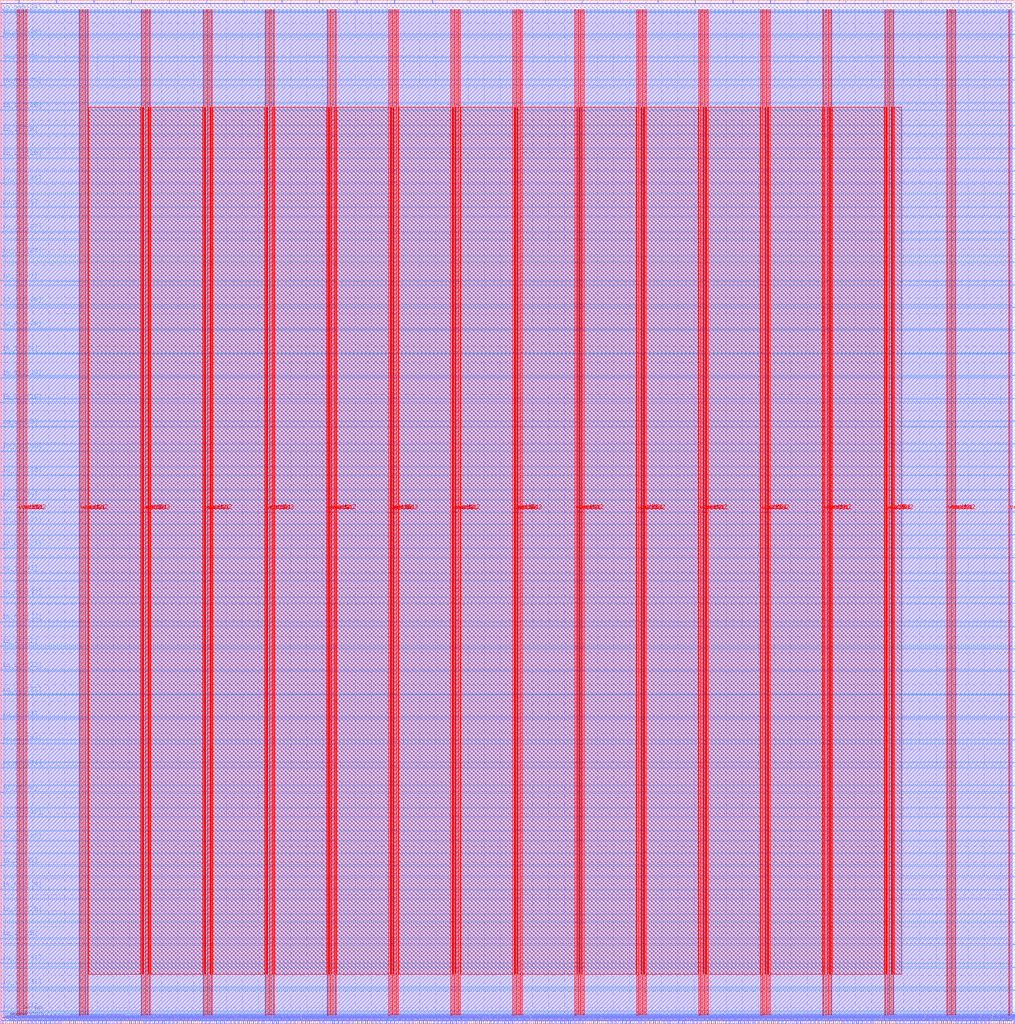
<source format=lef>
VERSION 5.7 ;
  NOWIREEXTENSIONATPIN ON ;
  DIVIDERCHAR "/" ;
  BUSBITCHARS "[]" ;
MACRO accelerator_top
  CLASS BLOCK ;
  FOREIGN accelerator_top ;
  ORIGIN 0.000 0.000 ;
  SIZE 1258.125 BY 1268.845 ;
  PIN io_in[0]
    DIRECTION INPUT ;
    USE SIGNAL ;
    PORT
      LAYER met3 ;
        RECT 1254.125 13.640 1258.125 14.240 ;
    END
  END io_in[0]
  PIN io_in[10]
    DIRECTION INPUT ;
    USE SIGNAL ;
    PORT
      LAYER met3 ;
        RECT 1254.125 859.560 1258.125 860.160 ;
    END
  END io_in[10]
  PIN io_in[11]
    DIRECTION INPUT ;
    USE SIGNAL ;
    PORT
      LAYER met3 ;
        RECT 1254.125 943.880 1258.125 944.480 ;
    END
  END io_in[11]
  PIN io_in[12]
    DIRECTION INPUT ;
    USE SIGNAL ;
    PORT
      LAYER met3 ;
        RECT 1254.125 1028.200 1258.125 1028.800 ;
    END
  END io_in[12]
  PIN io_in[13]
    DIRECTION INPUT ;
    USE SIGNAL ;
    PORT
      LAYER met3 ;
        RECT 1254.125 1113.200 1258.125 1113.800 ;
    END
  END io_in[13]
  PIN io_in[14]
    DIRECTION INPUT ;
    USE SIGNAL ;
    PORT
      LAYER met3 ;
        RECT 1254.125 1197.520 1258.125 1198.120 ;
    END
  END io_in[14]
  PIN io_in[15]
    DIRECTION INPUT ;
    USE SIGNAL ;
    PORT
      LAYER met2 ;
        RECT 1234.270 1264.845 1234.550 1268.845 ;
    END
  END io_in[15]
  PIN io_in[16]
    DIRECTION INPUT ;
    USE SIGNAL ;
    PORT
      LAYER met2 ;
        RECT 1094.430 1264.845 1094.710 1268.845 ;
    END
  END io_in[16]
  PIN io_in[17]
    DIRECTION INPUT ;
    USE SIGNAL ;
    PORT
      LAYER met2 ;
        RECT 954.590 1264.845 954.870 1268.845 ;
    END
  END io_in[17]
  PIN io_in[18]
    DIRECTION INPUT ;
    USE SIGNAL ;
    PORT
      LAYER met2 ;
        RECT 815.210 1264.845 815.490 1268.845 ;
    END
  END io_in[18]
  PIN io_in[19]
    DIRECTION INPUT ;
    USE SIGNAL ;
    PORT
      LAYER met2 ;
        RECT 675.370 1264.845 675.650 1268.845 ;
    END
  END io_in[19]
  PIN io_in[1]
    DIRECTION INPUT ;
    USE SIGNAL ;
    PORT
      LAYER met3 ;
        RECT 1254.125 97.960 1258.125 98.560 ;
    END
  END io_in[1]
  PIN io_in[20]
    DIRECTION INPUT ;
    USE SIGNAL ;
    PORT
      LAYER met2 ;
        RECT 535.530 1264.845 535.810 1268.845 ;
    END
  END io_in[20]
  PIN io_in[21]
    DIRECTION INPUT ;
    USE SIGNAL ;
    PORT
      LAYER met2 ;
        RECT 395.690 1264.845 395.970 1268.845 ;
    END
  END io_in[21]
  PIN io_in[22]
    DIRECTION INPUT ;
    USE SIGNAL ;
    PORT
      LAYER met2 ;
        RECT 255.850 1264.845 256.130 1268.845 ;
    END
  END io_in[22]
  PIN io_in[23]
    DIRECTION INPUT ;
    USE SIGNAL ;
    PORT
      LAYER met2 ;
        RECT 116.010 1264.845 116.290 1268.845 ;
    END
  END io_in[23]
  PIN io_in[24]
    DIRECTION INPUT ;
    USE SIGNAL ;
    PORT
      LAYER met3 ;
        RECT 0.000 1192.760 4.000 1193.360 ;
    END
  END io_in[24]
  PIN io_in[25]
    DIRECTION INPUT ;
    USE SIGNAL ;
    PORT
      LAYER met3 ;
        RECT 0.000 1102.320 4.000 1102.920 ;
    END
  END io_in[25]
  PIN io_in[26]
    DIRECTION INPUT ;
    USE SIGNAL ;
    PORT
      LAYER met3 ;
        RECT 0.000 1011.880 4.000 1012.480 ;
    END
  END io_in[26]
  PIN io_in[27]
    DIRECTION INPUT ;
    USE SIGNAL ;
    PORT
      LAYER met3 ;
        RECT 0.000 920.760 4.000 921.360 ;
    END
  END io_in[27]
  PIN io_in[28]
    DIRECTION INPUT ;
    USE SIGNAL ;
    PORT
      LAYER met3 ;
        RECT 0.000 830.320 4.000 830.920 ;
    END
  END io_in[28]
  PIN io_in[29]
    DIRECTION INPUT ;
    USE SIGNAL ;
    PORT
      LAYER met3 ;
        RECT 0.000 739.880 4.000 740.480 ;
    END
  END io_in[29]
  PIN io_in[2]
    DIRECTION INPUT ;
    USE SIGNAL ;
    PORT
      LAYER met3 ;
        RECT 1254.125 182.280 1258.125 182.880 ;
    END
  END io_in[2]
  PIN io_in[30]
    DIRECTION INPUT ;
    USE SIGNAL ;
    PORT
      LAYER met3 ;
        RECT 0.000 649.440 4.000 650.040 ;
    END
  END io_in[30]
  PIN io_in[31]
    DIRECTION INPUT ;
    USE SIGNAL ;
    PORT
      LAYER met3 ;
        RECT 0.000 558.320 4.000 558.920 ;
    END
  END io_in[31]
  PIN io_in[32]
    DIRECTION INPUT ;
    USE SIGNAL ;
    PORT
      LAYER met3 ;
        RECT 0.000 467.880 4.000 468.480 ;
    END
  END io_in[32]
  PIN io_in[33]
    DIRECTION INPUT ;
    USE SIGNAL ;
    PORT
      LAYER met3 ;
        RECT 0.000 377.440 4.000 378.040 ;
    END
  END io_in[33]
  PIN io_in[34]
    DIRECTION INPUT ;
    USE SIGNAL ;
    PORT
      LAYER met3 ;
        RECT 0.000 286.320 4.000 286.920 ;
    END
  END io_in[34]
  PIN io_in[35]
    DIRECTION INPUT ;
    USE SIGNAL ;
    PORT
      LAYER met3 ;
        RECT 0.000 195.880 4.000 196.480 ;
    END
  END io_in[35]
  PIN io_in[36]
    DIRECTION INPUT ;
    USE SIGNAL ;
    PORT
      LAYER met3 ;
        RECT 0.000 105.440 4.000 106.040 ;
    END
  END io_in[36]
  PIN io_in[37]
    DIRECTION INPUT ;
    USE SIGNAL ;
    PORT
      LAYER met3 ;
        RECT 0.000 15.000 4.000 15.600 ;
    END
  END io_in[37]
  PIN io_in[3]
    DIRECTION INPUT ;
    USE SIGNAL ;
    PORT
      LAYER met3 ;
        RECT 1254.125 267.280 1258.125 267.880 ;
    END
  END io_in[3]
  PIN io_in[4]
    DIRECTION INPUT ;
    USE SIGNAL ;
    PORT
      LAYER met3 ;
        RECT 1254.125 351.600 1258.125 352.200 ;
    END
  END io_in[4]
  PIN io_in[5]
    DIRECTION INPUT ;
    USE SIGNAL ;
    PORT
      LAYER met3 ;
        RECT 1254.125 436.600 1258.125 437.200 ;
    END
  END io_in[5]
  PIN io_in[6]
    DIRECTION INPUT ;
    USE SIGNAL ;
    PORT
      LAYER met3 ;
        RECT 1254.125 520.920 1258.125 521.520 ;
    END
  END io_in[6]
  PIN io_in[7]
    DIRECTION INPUT ;
    USE SIGNAL ;
    PORT
      LAYER met3 ;
        RECT 1254.125 605.240 1258.125 605.840 ;
    END
  END io_in[7]
  PIN io_in[8]
    DIRECTION INPUT ;
    USE SIGNAL ;
    PORT
      LAYER met3 ;
        RECT 1254.125 690.240 1258.125 690.840 ;
    END
  END io_in[8]
  PIN io_in[9]
    DIRECTION INPUT ;
    USE SIGNAL ;
    PORT
      LAYER met3 ;
        RECT 1254.125 774.560 1258.125 775.160 ;
    END
  END io_in[9]
  PIN io_oeb[0]
    DIRECTION OUTPUT TRISTATE ;
    USE SIGNAL ;
    PORT
      LAYER met3 ;
        RECT 1254.125 69.400 1258.125 70.000 ;
    END
  END io_oeb[0]
  PIN io_oeb[10]
    DIRECTION OUTPUT TRISTATE ;
    USE SIGNAL ;
    PORT
      LAYER met3 ;
        RECT 1254.125 915.320 1258.125 915.920 ;
    END
  END io_oeb[10]
  PIN io_oeb[11]
    DIRECTION OUTPUT TRISTATE ;
    USE SIGNAL ;
    PORT
      LAYER met3 ;
        RECT 1254.125 1000.320 1258.125 1000.920 ;
    END
  END io_oeb[11]
  PIN io_oeb[12]
    DIRECTION OUTPUT TRISTATE ;
    USE SIGNAL ;
    PORT
      LAYER met3 ;
        RECT 1254.125 1084.640 1258.125 1085.240 ;
    END
  END io_oeb[12]
  PIN io_oeb[13]
    DIRECTION OUTPUT TRISTATE ;
    USE SIGNAL ;
    PORT
      LAYER met3 ;
        RECT 1254.125 1169.640 1258.125 1170.240 ;
    END
  END io_oeb[13]
  PIN io_oeb[14]
    DIRECTION OUTPUT TRISTATE ;
    USE SIGNAL ;
    PORT
      LAYER met3 ;
        RECT 1254.125 1253.960 1258.125 1254.560 ;
    END
  END io_oeb[14]
  PIN io_oeb[15]
    DIRECTION OUTPUT TRISTATE ;
    USE SIGNAL ;
    PORT
      LAYER met2 ;
        RECT 1141.350 1264.845 1141.630 1268.845 ;
    END
  END io_oeb[15]
  PIN io_oeb[16]
    DIRECTION OUTPUT TRISTATE ;
    USE SIGNAL ;
    PORT
      LAYER met2 ;
        RECT 1001.510 1264.845 1001.790 1268.845 ;
    END
  END io_oeb[16]
  PIN io_oeb[17]
    DIRECTION OUTPUT TRISTATE ;
    USE SIGNAL ;
    PORT
      LAYER met2 ;
        RECT 861.670 1264.845 861.950 1268.845 ;
    END
  END io_oeb[17]
  PIN io_oeb[18]
    DIRECTION OUTPUT TRISTATE ;
    USE SIGNAL ;
    PORT
      LAYER met2 ;
        RECT 721.830 1264.845 722.110 1268.845 ;
    END
  END io_oeb[18]
  PIN io_oeb[19]
    DIRECTION OUTPUT TRISTATE ;
    USE SIGNAL ;
    PORT
      LAYER met2 ;
        RECT 581.990 1264.845 582.270 1268.845 ;
    END
  END io_oeb[19]
  PIN io_oeb[1]
    DIRECTION OUTPUT TRISTATE ;
    USE SIGNAL ;
    PORT
      LAYER met3 ;
        RECT 1254.125 154.400 1258.125 155.000 ;
    END
  END io_oeb[1]
  PIN io_oeb[20]
    DIRECTION OUTPUT TRISTATE ;
    USE SIGNAL ;
    PORT
      LAYER met2 ;
        RECT 442.150 1264.845 442.430 1268.845 ;
    END
  END io_oeb[20]
  PIN io_oeb[21]
    DIRECTION OUTPUT TRISTATE ;
    USE SIGNAL ;
    PORT
      LAYER met2 ;
        RECT 302.310 1264.845 302.590 1268.845 ;
    END
  END io_oeb[21]
  PIN io_oeb[22]
    DIRECTION OUTPUT TRISTATE ;
    USE SIGNAL ;
    PORT
      LAYER met2 ;
        RECT 162.470 1264.845 162.750 1268.845 ;
    END
  END io_oeb[22]
  PIN io_oeb[23]
    DIRECTION OUTPUT TRISTATE ;
    USE SIGNAL ;
    PORT
      LAYER met2 ;
        RECT 23.090 1264.845 23.370 1268.845 ;
    END
  END io_oeb[23]
  PIN io_oeb[24]
    DIRECTION OUTPUT TRISTATE ;
    USE SIGNAL ;
    PORT
      LAYER met3 ;
        RECT 0.000 1253.280 4.000 1253.880 ;
    END
  END io_oeb[24]
  PIN io_oeb[25]
    DIRECTION OUTPUT TRISTATE ;
    USE SIGNAL ;
    PORT
      LAYER met3 ;
        RECT 0.000 1162.840 4.000 1163.440 ;
    END
  END io_oeb[25]
  PIN io_oeb[26]
    DIRECTION OUTPUT TRISTATE ;
    USE SIGNAL ;
    PORT
      LAYER met3 ;
        RECT 0.000 1072.400 4.000 1073.000 ;
    END
  END io_oeb[26]
  PIN io_oeb[27]
    DIRECTION OUTPUT TRISTATE ;
    USE SIGNAL ;
    PORT
      LAYER met3 ;
        RECT 0.000 981.280 4.000 981.880 ;
    END
  END io_oeb[27]
  PIN io_oeb[28]
    DIRECTION OUTPUT TRISTATE ;
    USE SIGNAL ;
    PORT
      LAYER met3 ;
        RECT 0.000 890.840 4.000 891.440 ;
    END
  END io_oeb[28]
  PIN io_oeb[29]
    DIRECTION OUTPUT TRISTATE ;
    USE SIGNAL ;
    PORT
      LAYER met3 ;
        RECT 0.000 800.400 4.000 801.000 ;
    END
  END io_oeb[29]
  PIN io_oeb[2]
    DIRECTION OUTPUT TRISTATE ;
    USE SIGNAL ;
    PORT
      LAYER met3 ;
        RECT 1254.125 238.720 1258.125 239.320 ;
    END
  END io_oeb[2]
  PIN io_oeb[30]
    DIRECTION OUTPUT TRISTATE ;
    USE SIGNAL ;
    PORT
      LAYER met3 ;
        RECT 0.000 709.280 4.000 709.880 ;
    END
  END io_oeb[30]
  PIN io_oeb[31]
    DIRECTION OUTPUT TRISTATE ;
    USE SIGNAL ;
    PORT
      LAYER met3 ;
        RECT 0.000 618.840 4.000 619.440 ;
    END
  END io_oeb[31]
  PIN io_oeb[32]
    DIRECTION OUTPUT TRISTATE ;
    USE SIGNAL ;
    PORT
      LAYER met3 ;
        RECT 0.000 528.400 4.000 529.000 ;
    END
  END io_oeb[32]
  PIN io_oeb[33]
    DIRECTION OUTPUT TRISTATE ;
    USE SIGNAL ;
    PORT
      LAYER met3 ;
        RECT 0.000 437.960 4.000 438.560 ;
    END
  END io_oeb[33]
  PIN io_oeb[34]
    DIRECTION OUTPUT TRISTATE ;
    USE SIGNAL ;
    PORT
      LAYER met3 ;
        RECT 0.000 346.840 4.000 347.440 ;
    END
  END io_oeb[34]
  PIN io_oeb[35]
    DIRECTION OUTPUT TRISTATE ;
    USE SIGNAL ;
    PORT
      LAYER met3 ;
        RECT 0.000 256.400 4.000 257.000 ;
    END
  END io_oeb[35]
  PIN io_oeb[36]
    DIRECTION OUTPUT TRISTATE ;
    USE SIGNAL ;
    PORT
      LAYER met3 ;
        RECT 0.000 165.960 4.000 166.560 ;
    END
  END io_oeb[36]
  PIN io_oeb[37]
    DIRECTION OUTPUT TRISTATE ;
    USE SIGNAL ;
    PORT
      LAYER met3 ;
        RECT 0.000 74.840 4.000 75.440 ;
    END
  END io_oeb[37]
  PIN io_oeb[3]
    DIRECTION OUTPUT TRISTATE ;
    USE SIGNAL ;
    PORT
      LAYER met3 ;
        RECT 1254.125 323.720 1258.125 324.320 ;
    END
  END io_oeb[3]
  PIN io_oeb[4]
    DIRECTION OUTPUT TRISTATE ;
    USE SIGNAL ;
    PORT
      LAYER met3 ;
        RECT 1254.125 408.040 1258.125 408.640 ;
    END
  END io_oeb[4]
  PIN io_oeb[5]
    DIRECTION OUTPUT TRISTATE ;
    USE SIGNAL ;
    PORT
      LAYER met3 ;
        RECT 1254.125 492.360 1258.125 492.960 ;
    END
  END io_oeb[5]
  PIN io_oeb[6]
    DIRECTION OUTPUT TRISTATE ;
    USE SIGNAL ;
    PORT
      LAYER met3 ;
        RECT 1254.125 577.360 1258.125 577.960 ;
    END
  END io_oeb[6]
  PIN io_oeb[7]
    DIRECTION OUTPUT TRISTATE ;
    USE SIGNAL ;
    PORT
      LAYER met3 ;
        RECT 1254.125 661.680 1258.125 662.280 ;
    END
  END io_oeb[7]
  PIN io_oeb[8]
    DIRECTION OUTPUT TRISTATE ;
    USE SIGNAL ;
    PORT
      LAYER met3 ;
        RECT 1254.125 746.680 1258.125 747.280 ;
    END
  END io_oeb[8]
  PIN io_oeb[9]
    DIRECTION OUTPUT TRISTATE ;
    USE SIGNAL ;
    PORT
      LAYER met3 ;
        RECT 1254.125 831.000 1258.125 831.600 ;
    END
  END io_oeb[9]
  PIN io_out[0]
    DIRECTION OUTPUT TRISTATE ;
    USE SIGNAL ;
    PORT
      LAYER met3 ;
        RECT 1254.125 41.520 1258.125 42.120 ;
    END
  END io_out[0]
  PIN io_out[10]
    DIRECTION OUTPUT TRISTATE ;
    USE SIGNAL ;
    PORT
      LAYER met3 ;
        RECT 1254.125 887.440 1258.125 888.040 ;
    END
  END io_out[10]
  PIN io_out[11]
    DIRECTION OUTPUT TRISTATE ;
    USE SIGNAL ;
    PORT
      LAYER met3 ;
        RECT 1254.125 971.760 1258.125 972.360 ;
    END
  END io_out[11]
  PIN io_out[12]
    DIRECTION OUTPUT TRISTATE ;
    USE SIGNAL ;
    PORT
      LAYER met3 ;
        RECT 1254.125 1056.760 1258.125 1057.360 ;
    END
  END io_out[12]
  PIN io_out[13]
    DIRECTION OUTPUT TRISTATE ;
    USE SIGNAL ;
    PORT
      LAYER met3 ;
        RECT 1254.125 1141.080 1258.125 1141.680 ;
    END
  END io_out[13]
  PIN io_out[14]
    DIRECTION OUTPUT TRISTATE ;
    USE SIGNAL ;
    PORT
      LAYER met3 ;
        RECT 1254.125 1226.080 1258.125 1226.680 ;
    END
  END io_out[14]
  PIN io_out[15]
    DIRECTION OUTPUT TRISTATE ;
    USE SIGNAL ;
    PORT
      LAYER met2 ;
        RECT 1187.810 1264.845 1188.090 1268.845 ;
    END
  END io_out[15]
  PIN io_out[16]
    DIRECTION OUTPUT TRISTATE ;
    USE SIGNAL ;
    PORT
      LAYER met2 ;
        RECT 1047.970 1264.845 1048.250 1268.845 ;
    END
  END io_out[16]
  PIN io_out[17]
    DIRECTION OUTPUT TRISTATE ;
    USE SIGNAL ;
    PORT
      LAYER met2 ;
        RECT 908.130 1264.845 908.410 1268.845 ;
    END
  END io_out[17]
  PIN io_out[18]
    DIRECTION OUTPUT TRISTATE ;
    USE SIGNAL ;
    PORT
      LAYER met2 ;
        RECT 768.290 1264.845 768.570 1268.845 ;
    END
  END io_out[18]
  PIN io_out[19]
    DIRECTION OUTPUT TRISTATE ;
    USE SIGNAL ;
    PORT
      LAYER met2 ;
        RECT 628.450 1264.845 628.730 1268.845 ;
    END
  END io_out[19]
  PIN io_out[1]
    DIRECTION OUTPUT TRISTATE ;
    USE SIGNAL ;
    PORT
      LAYER met3 ;
        RECT 1254.125 125.840 1258.125 126.440 ;
    END
  END io_out[1]
  PIN io_out[20]
    DIRECTION OUTPUT TRISTATE ;
    USE SIGNAL ;
    PORT
      LAYER met2 ;
        RECT 488.610 1264.845 488.890 1268.845 ;
    END
  END io_out[20]
  PIN io_out[21]
    DIRECTION OUTPUT TRISTATE ;
    USE SIGNAL ;
    PORT
      LAYER met2 ;
        RECT 349.230 1264.845 349.510 1268.845 ;
    END
  END io_out[21]
  PIN io_out[22]
    DIRECTION OUTPUT TRISTATE ;
    USE SIGNAL ;
    PORT
      LAYER met2 ;
        RECT 209.390 1264.845 209.670 1268.845 ;
    END
  END io_out[22]
  PIN io_out[23]
    DIRECTION OUTPUT TRISTATE ;
    USE SIGNAL ;
    PORT
      LAYER met2 ;
        RECT 69.550 1264.845 69.830 1268.845 ;
    END
  END io_out[23]
  PIN io_out[24]
    DIRECTION OUTPUT TRISTATE ;
    USE SIGNAL ;
    PORT
      LAYER met3 ;
        RECT 0.000 1223.360 4.000 1223.960 ;
    END
  END io_out[24]
  PIN io_out[25]
    DIRECTION OUTPUT TRISTATE ;
    USE SIGNAL ;
    PORT
      LAYER met3 ;
        RECT 0.000 1132.240 4.000 1132.840 ;
    END
  END io_out[25]
  PIN io_out[26]
    DIRECTION OUTPUT TRISTATE ;
    USE SIGNAL ;
    PORT
      LAYER met3 ;
        RECT 0.000 1041.800 4.000 1042.400 ;
    END
  END io_out[26]
  PIN io_out[27]
    DIRECTION OUTPUT TRISTATE ;
    USE SIGNAL ;
    PORT
      LAYER met3 ;
        RECT 0.000 951.360 4.000 951.960 ;
    END
  END io_out[27]
  PIN io_out[28]
    DIRECTION OUTPUT TRISTATE ;
    USE SIGNAL ;
    PORT
      LAYER met3 ;
        RECT 0.000 860.920 4.000 861.520 ;
    END
  END io_out[28]
  PIN io_out[29]
    DIRECTION OUTPUT TRISTATE ;
    USE SIGNAL ;
    PORT
      LAYER met3 ;
        RECT 0.000 769.800 4.000 770.400 ;
    END
  END io_out[29]
  PIN io_out[2]
    DIRECTION OUTPUT TRISTATE ;
    USE SIGNAL ;
    PORT
      LAYER met3 ;
        RECT 1254.125 210.840 1258.125 211.440 ;
    END
  END io_out[2]
  PIN io_out[30]
    DIRECTION OUTPUT TRISTATE ;
    USE SIGNAL ;
    PORT
      LAYER met3 ;
        RECT 0.000 679.360 4.000 679.960 ;
    END
  END io_out[30]
  PIN io_out[31]
    DIRECTION OUTPUT TRISTATE ;
    USE SIGNAL ;
    PORT
      LAYER met3 ;
        RECT 0.000 588.920 4.000 589.520 ;
    END
  END io_out[31]
  PIN io_out[32]
    DIRECTION OUTPUT TRISTATE ;
    USE SIGNAL ;
    PORT
      LAYER met3 ;
        RECT 0.000 497.800 4.000 498.400 ;
    END
  END io_out[32]
  PIN io_out[33]
    DIRECTION OUTPUT TRISTATE ;
    USE SIGNAL ;
    PORT
      LAYER met3 ;
        RECT 0.000 407.360 4.000 407.960 ;
    END
  END io_out[33]
  PIN io_out[34]
    DIRECTION OUTPUT TRISTATE ;
    USE SIGNAL ;
    PORT
      LAYER met3 ;
        RECT 0.000 316.920 4.000 317.520 ;
    END
  END io_out[34]
  PIN io_out[35]
    DIRECTION OUTPUT TRISTATE ;
    USE SIGNAL ;
    PORT
      LAYER met3 ;
        RECT 0.000 226.480 4.000 227.080 ;
    END
  END io_out[35]
  PIN io_out[36]
    DIRECTION OUTPUT TRISTATE ;
    USE SIGNAL ;
    PORT
      LAYER met3 ;
        RECT 0.000 135.360 4.000 135.960 ;
    END
  END io_out[36]
  PIN io_out[37]
    DIRECTION OUTPUT TRISTATE ;
    USE SIGNAL ;
    PORT
      LAYER met3 ;
        RECT 0.000 44.920 4.000 45.520 ;
    END
  END io_out[37]
  PIN io_out[3]
    DIRECTION OUTPUT TRISTATE ;
    USE SIGNAL ;
    PORT
      LAYER met3 ;
        RECT 1254.125 295.160 1258.125 295.760 ;
    END
  END io_out[3]
  PIN io_out[4]
    DIRECTION OUTPUT TRISTATE ;
    USE SIGNAL ;
    PORT
      LAYER met3 ;
        RECT 1254.125 380.160 1258.125 380.760 ;
    END
  END io_out[4]
  PIN io_out[5]
    DIRECTION OUTPUT TRISTATE ;
    USE SIGNAL ;
    PORT
      LAYER met3 ;
        RECT 1254.125 464.480 1258.125 465.080 ;
    END
  END io_out[5]
  PIN io_out[6]
    DIRECTION OUTPUT TRISTATE ;
    USE SIGNAL ;
    PORT
      LAYER met3 ;
        RECT 1254.125 548.800 1258.125 549.400 ;
    END
  END io_out[6]
  PIN io_out[7]
    DIRECTION OUTPUT TRISTATE ;
    USE SIGNAL ;
    PORT
      LAYER met3 ;
        RECT 1254.125 633.800 1258.125 634.400 ;
    END
  END io_out[7]
  PIN io_out[8]
    DIRECTION OUTPUT TRISTATE ;
    USE SIGNAL ;
    PORT
      LAYER met3 ;
        RECT 1254.125 718.120 1258.125 718.720 ;
    END
  END io_out[8]
  PIN io_out[9]
    DIRECTION OUTPUT TRISTATE ;
    USE SIGNAL ;
    PORT
      LAYER met3 ;
        RECT 1254.125 803.120 1258.125 803.720 ;
    END
  END io_out[9]
  PIN la_data_in[0]
    DIRECTION INPUT ;
    USE SIGNAL ;
    PORT
      LAYER met2 ;
        RECT 272.870 0.000 273.150 4.000 ;
    END
  END la_data_in[0]
  PIN la_data_in[100]
    DIRECTION INPUT ;
    USE SIGNAL ;
    PORT
      LAYER met2 ;
        RECT 1043.370 0.000 1043.650 4.000 ;
    END
  END la_data_in[100]
  PIN la_data_in[101]
    DIRECTION INPUT ;
    USE SIGNAL ;
    PORT
      LAYER met2 ;
        RECT 1050.730 0.000 1051.010 4.000 ;
    END
  END la_data_in[101]
  PIN la_data_in[102]
    DIRECTION INPUT ;
    USE SIGNAL ;
    PORT
      LAYER met2 ;
        RECT 1058.550 0.000 1058.830 4.000 ;
    END
  END la_data_in[102]
  PIN la_data_in[103]
    DIRECTION INPUT ;
    USE SIGNAL ;
    PORT
      LAYER met2 ;
        RECT 1066.370 0.000 1066.650 4.000 ;
    END
  END la_data_in[103]
  PIN la_data_in[104]
    DIRECTION INPUT ;
    USE SIGNAL ;
    PORT
      LAYER met2 ;
        RECT 1074.190 0.000 1074.470 4.000 ;
    END
  END la_data_in[104]
  PIN la_data_in[105]
    DIRECTION INPUT ;
    USE SIGNAL ;
    PORT
      LAYER met2 ;
        RECT 1081.550 0.000 1081.830 4.000 ;
    END
  END la_data_in[105]
  PIN la_data_in[106]
    DIRECTION INPUT ;
    USE SIGNAL ;
    PORT
      LAYER met2 ;
        RECT 1089.370 0.000 1089.650 4.000 ;
    END
  END la_data_in[106]
  PIN la_data_in[107]
    DIRECTION INPUT ;
    USE SIGNAL ;
    PORT
      LAYER met2 ;
        RECT 1097.190 0.000 1097.470 4.000 ;
    END
  END la_data_in[107]
  PIN la_data_in[108]
    DIRECTION INPUT ;
    USE SIGNAL ;
    PORT
      LAYER met2 ;
        RECT 1105.010 0.000 1105.290 4.000 ;
    END
  END la_data_in[108]
  PIN la_data_in[109]
    DIRECTION INPUT ;
    USE SIGNAL ;
    PORT
      LAYER met2 ;
        RECT 1112.370 0.000 1112.650 4.000 ;
    END
  END la_data_in[109]
  PIN la_data_in[10]
    DIRECTION INPUT ;
    USE SIGNAL ;
    PORT
      LAYER met2 ;
        RECT 350.150 0.000 350.430 4.000 ;
    END
  END la_data_in[10]
  PIN la_data_in[110]
    DIRECTION INPUT ;
    USE SIGNAL ;
    PORT
      LAYER met2 ;
        RECT 1120.190 0.000 1120.470 4.000 ;
    END
  END la_data_in[110]
  PIN la_data_in[111]
    DIRECTION INPUT ;
    USE SIGNAL ;
    PORT
      LAYER met2 ;
        RECT 1128.010 0.000 1128.290 4.000 ;
    END
  END la_data_in[111]
  PIN la_data_in[112]
    DIRECTION INPUT ;
    USE SIGNAL ;
    PORT
      LAYER met2 ;
        RECT 1135.830 0.000 1136.110 4.000 ;
    END
  END la_data_in[112]
  PIN la_data_in[113]
    DIRECTION INPUT ;
    USE SIGNAL ;
    PORT
      LAYER met2 ;
        RECT 1143.190 0.000 1143.470 4.000 ;
    END
  END la_data_in[113]
  PIN la_data_in[114]
    DIRECTION INPUT ;
    USE SIGNAL ;
    PORT
      LAYER met2 ;
        RECT 1151.010 0.000 1151.290 4.000 ;
    END
  END la_data_in[114]
  PIN la_data_in[115]
    DIRECTION INPUT ;
    USE SIGNAL ;
    PORT
      LAYER met2 ;
        RECT 1158.830 0.000 1159.110 4.000 ;
    END
  END la_data_in[115]
  PIN la_data_in[116]
    DIRECTION INPUT ;
    USE SIGNAL ;
    PORT
      LAYER met2 ;
        RECT 1166.650 0.000 1166.930 4.000 ;
    END
  END la_data_in[116]
  PIN la_data_in[117]
    DIRECTION INPUT ;
    USE SIGNAL ;
    PORT
      LAYER met2 ;
        RECT 1174.010 0.000 1174.290 4.000 ;
    END
  END la_data_in[117]
  PIN la_data_in[118]
    DIRECTION INPUT ;
    USE SIGNAL ;
    PORT
      LAYER met2 ;
        RECT 1181.830 0.000 1182.110 4.000 ;
    END
  END la_data_in[118]
  PIN la_data_in[119]
    DIRECTION INPUT ;
    USE SIGNAL ;
    PORT
      LAYER met2 ;
        RECT 1189.650 0.000 1189.930 4.000 ;
    END
  END la_data_in[119]
  PIN la_data_in[11]
    DIRECTION INPUT ;
    USE SIGNAL ;
    PORT
      LAYER met2 ;
        RECT 357.510 0.000 357.790 4.000 ;
    END
  END la_data_in[11]
  PIN la_data_in[120]
    DIRECTION INPUT ;
    USE SIGNAL ;
    PORT
      LAYER met2 ;
        RECT 1197.470 0.000 1197.750 4.000 ;
    END
  END la_data_in[120]
  PIN la_data_in[121]
    DIRECTION INPUT ;
    USE SIGNAL ;
    PORT
      LAYER met2 ;
        RECT 1204.830 0.000 1205.110 4.000 ;
    END
  END la_data_in[121]
  PIN la_data_in[122]
    DIRECTION INPUT ;
    USE SIGNAL ;
    PORT
      LAYER met2 ;
        RECT 1212.650 0.000 1212.930 4.000 ;
    END
  END la_data_in[122]
  PIN la_data_in[123]
    DIRECTION INPUT ;
    USE SIGNAL ;
    PORT
      LAYER met2 ;
        RECT 1220.470 0.000 1220.750 4.000 ;
    END
  END la_data_in[123]
  PIN la_data_in[124]
    DIRECTION INPUT ;
    USE SIGNAL ;
    PORT
      LAYER met2 ;
        RECT 1228.290 0.000 1228.570 4.000 ;
    END
  END la_data_in[124]
  PIN la_data_in[125]
    DIRECTION INPUT ;
    USE SIGNAL ;
    PORT
      LAYER met2 ;
        RECT 1235.650 0.000 1235.930 4.000 ;
    END
  END la_data_in[125]
  PIN la_data_in[126]
    DIRECTION INPUT ;
    USE SIGNAL ;
    PORT
      LAYER met2 ;
        RECT 1243.470 0.000 1243.750 4.000 ;
    END
  END la_data_in[126]
  PIN la_data_in[127]
    DIRECTION INPUT ;
    USE SIGNAL ;
    PORT
      LAYER met2 ;
        RECT 1251.290 0.000 1251.570 4.000 ;
    END
  END la_data_in[127]
  PIN la_data_in[12]
    DIRECTION INPUT ;
    USE SIGNAL ;
    PORT
      LAYER met2 ;
        RECT 365.330 0.000 365.610 4.000 ;
    END
  END la_data_in[12]
  PIN la_data_in[13]
    DIRECTION INPUT ;
    USE SIGNAL ;
    PORT
      LAYER met2 ;
        RECT 373.150 0.000 373.430 4.000 ;
    END
  END la_data_in[13]
  PIN la_data_in[14]
    DIRECTION INPUT ;
    USE SIGNAL ;
    PORT
      LAYER met2 ;
        RECT 380.970 0.000 381.250 4.000 ;
    END
  END la_data_in[14]
  PIN la_data_in[15]
    DIRECTION INPUT ;
    USE SIGNAL ;
    PORT
      LAYER met2 ;
        RECT 388.330 0.000 388.610 4.000 ;
    END
  END la_data_in[15]
  PIN la_data_in[16]
    DIRECTION INPUT ;
    USE SIGNAL ;
    PORT
      LAYER met2 ;
        RECT 396.150 0.000 396.430 4.000 ;
    END
  END la_data_in[16]
  PIN la_data_in[17]
    DIRECTION INPUT ;
    USE SIGNAL ;
    PORT
      LAYER met2 ;
        RECT 403.970 0.000 404.250 4.000 ;
    END
  END la_data_in[17]
  PIN la_data_in[18]
    DIRECTION INPUT ;
    USE SIGNAL ;
    PORT
      LAYER met2 ;
        RECT 411.790 0.000 412.070 4.000 ;
    END
  END la_data_in[18]
  PIN la_data_in[19]
    DIRECTION INPUT ;
    USE SIGNAL ;
    PORT
      LAYER met2 ;
        RECT 419.150 0.000 419.430 4.000 ;
    END
  END la_data_in[19]
  PIN la_data_in[1]
    DIRECTION INPUT ;
    USE SIGNAL ;
    PORT
      LAYER met2 ;
        RECT 280.690 0.000 280.970 4.000 ;
    END
  END la_data_in[1]
  PIN la_data_in[20]
    DIRECTION INPUT ;
    USE SIGNAL ;
    PORT
      LAYER met2 ;
        RECT 426.970 0.000 427.250 4.000 ;
    END
  END la_data_in[20]
  PIN la_data_in[21]
    DIRECTION INPUT ;
    USE SIGNAL ;
    PORT
      LAYER met2 ;
        RECT 434.790 0.000 435.070 4.000 ;
    END
  END la_data_in[21]
  PIN la_data_in[22]
    DIRECTION INPUT ;
    USE SIGNAL ;
    PORT
      LAYER met2 ;
        RECT 442.610 0.000 442.890 4.000 ;
    END
  END la_data_in[22]
  PIN la_data_in[23]
    DIRECTION INPUT ;
    USE SIGNAL ;
    PORT
      LAYER met2 ;
        RECT 449.970 0.000 450.250 4.000 ;
    END
  END la_data_in[23]
  PIN la_data_in[24]
    DIRECTION INPUT ;
    USE SIGNAL ;
    PORT
      LAYER met2 ;
        RECT 457.790 0.000 458.070 4.000 ;
    END
  END la_data_in[24]
  PIN la_data_in[25]
    DIRECTION INPUT ;
    USE SIGNAL ;
    PORT
      LAYER met2 ;
        RECT 465.610 0.000 465.890 4.000 ;
    END
  END la_data_in[25]
  PIN la_data_in[26]
    DIRECTION INPUT ;
    USE SIGNAL ;
    PORT
      LAYER met2 ;
        RECT 473.430 0.000 473.710 4.000 ;
    END
  END la_data_in[26]
  PIN la_data_in[27]
    DIRECTION INPUT ;
    USE SIGNAL ;
    PORT
      LAYER met2 ;
        RECT 480.790 0.000 481.070 4.000 ;
    END
  END la_data_in[27]
  PIN la_data_in[28]
    DIRECTION INPUT ;
    USE SIGNAL ;
    PORT
      LAYER met2 ;
        RECT 488.610 0.000 488.890 4.000 ;
    END
  END la_data_in[28]
  PIN la_data_in[29]
    DIRECTION INPUT ;
    USE SIGNAL ;
    PORT
      LAYER met2 ;
        RECT 496.430 0.000 496.710 4.000 ;
    END
  END la_data_in[29]
  PIN la_data_in[2]
    DIRECTION INPUT ;
    USE SIGNAL ;
    PORT
      LAYER met2 ;
        RECT 288.510 0.000 288.790 4.000 ;
    END
  END la_data_in[2]
  PIN la_data_in[30]
    DIRECTION INPUT ;
    USE SIGNAL ;
    PORT
      LAYER met2 ;
        RECT 504.250 0.000 504.530 4.000 ;
    END
  END la_data_in[30]
  PIN la_data_in[31]
    DIRECTION INPUT ;
    USE SIGNAL ;
    PORT
      LAYER met2 ;
        RECT 511.610 0.000 511.890 4.000 ;
    END
  END la_data_in[31]
  PIN la_data_in[32]
    DIRECTION INPUT ;
    USE SIGNAL ;
    PORT
      LAYER met2 ;
        RECT 519.430 0.000 519.710 4.000 ;
    END
  END la_data_in[32]
  PIN la_data_in[33]
    DIRECTION INPUT ;
    USE SIGNAL ;
    PORT
      LAYER met2 ;
        RECT 527.250 0.000 527.530 4.000 ;
    END
  END la_data_in[33]
  PIN la_data_in[34]
    DIRECTION INPUT ;
    USE SIGNAL ;
    PORT
      LAYER met2 ;
        RECT 534.610 0.000 534.890 4.000 ;
    END
  END la_data_in[34]
  PIN la_data_in[35]
    DIRECTION INPUT ;
    USE SIGNAL ;
    PORT
      LAYER met2 ;
        RECT 542.430 0.000 542.710 4.000 ;
    END
  END la_data_in[35]
  PIN la_data_in[36]
    DIRECTION INPUT ;
    USE SIGNAL ;
    PORT
      LAYER met2 ;
        RECT 550.250 0.000 550.530 4.000 ;
    END
  END la_data_in[36]
  PIN la_data_in[37]
    DIRECTION INPUT ;
    USE SIGNAL ;
    PORT
      LAYER met2 ;
        RECT 558.070 0.000 558.350 4.000 ;
    END
  END la_data_in[37]
  PIN la_data_in[38]
    DIRECTION INPUT ;
    USE SIGNAL ;
    PORT
      LAYER met2 ;
        RECT 565.430 0.000 565.710 4.000 ;
    END
  END la_data_in[38]
  PIN la_data_in[39]
    DIRECTION INPUT ;
    USE SIGNAL ;
    PORT
      LAYER met2 ;
        RECT 573.250 0.000 573.530 4.000 ;
    END
  END la_data_in[39]
  PIN la_data_in[3]
    DIRECTION INPUT ;
    USE SIGNAL ;
    PORT
      LAYER met2 ;
        RECT 295.870 0.000 296.150 4.000 ;
    END
  END la_data_in[3]
  PIN la_data_in[40]
    DIRECTION INPUT ;
    USE SIGNAL ;
    PORT
      LAYER met2 ;
        RECT 581.070 0.000 581.350 4.000 ;
    END
  END la_data_in[40]
  PIN la_data_in[41]
    DIRECTION INPUT ;
    USE SIGNAL ;
    PORT
      LAYER met2 ;
        RECT 588.890 0.000 589.170 4.000 ;
    END
  END la_data_in[41]
  PIN la_data_in[42]
    DIRECTION INPUT ;
    USE SIGNAL ;
    PORT
      LAYER met2 ;
        RECT 596.250 0.000 596.530 4.000 ;
    END
  END la_data_in[42]
  PIN la_data_in[43]
    DIRECTION INPUT ;
    USE SIGNAL ;
    PORT
      LAYER met2 ;
        RECT 604.070 0.000 604.350 4.000 ;
    END
  END la_data_in[43]
  PIN la_data_in[44]
    DIRECTION INPUT ;
    USE SIGNAL ;
    PORT
      LAYER met2 ;
        RECT 611.890 0.000 612.170 4.000 ;
    END
  END la_data_in[44]
  PIN la_data_in[45]
    DIRECTION INPUT ;
    USE SIGNAL ;
    PORT
      LAYER met2 ;
        RECT 619.710 0.000 619.990 4.000 ;
    END
  END la_data_in[45]
  PIN la_data_in[46]
    DIRECTION INPUT ;
    USE SIGNAL ;
    PORT
      LAYER met2 ;
        RECT 627.070 0.000 627.350 4.000 ;
    END
  END la_data_in[46]
  PIN la_data_in[47]
    DIRECTION INPUT ;
    USE SIGNAL ;
    PORT
      LAYER met2 ;
        RECT 634.890 0.000 635.170 4.000 ;
    END
  END la_data_in[47]
  PIN la_data_in[48]
    DIRECTION INPUT ;
    USE SIGNAL ;
    PORT
      LAYER met2 ;
        RECT 642.710 0.000 642.990 4.000 ;
    END
  END la_data_in[48]
  PIN la_data_in[49]
    DIRECTION INPUT ;
    USE SIGNAL ;
    PORT
      LAYER met2 ;
        RECT 650.530 0.000 650.810 4.000 ;
    END
  END la_data_in[49]
  PIN la_data_in[4]
    DIRECTION INPUT ;
    USE SIGNAL ;
    PORT
      LAYER met2 ;
        RECT 303.690 0.000 303.970 4.000 ;
    END
  END la_data_in[4]
  PIN la_data_in[50]
    DIRECTION INPUT ;
    USE SIGNAL ;
    PORT
      LAYER met2 ;
        RECT 657.890 0.000 658.170 4.000 ;
    END
  END la_data_in[50]
  PIN la_data_in[51]
    DIRECTION INPUT ;
    USE SIGNAL ;
    PORT
      LAYER met2 ;
        RECT 665.710 0.000 665.990 4.000 ;
    END
  END la_data_in[51]
  PIN la_data_in[52]
    DIRECTION INPUT ;
    USE SIGNAL ;
    PORT
      LAYER met2 ;
        RECT 673.530 0.000 673.810 4.000 ;
    END
  END la_data_in[52]
  PIN la_data_in[53]
    DIRECTION INPUT ;
    USE SIGNAL ;
    PORT
      LAYER met2 ;
        RECT 681.350 0.000 681.630 4.000 ;
    END
  END la_data_in[53]
  PIN la_data_in[54]
    DIRECTION INPUT ;
    USE SIGNAL ;
    PORT
      LAYER met2 ;
        RECT 688.710 0.000 688.990 4.000 ;
    END
  END la_data_in[54]
  PIN la_data_in[55]
    DIRECTION INPUT ;
    USE SIGNAL ;
    PORT
      LAYER met2 ;
        RECT 696.530 0.000 696.810 4.000 ;
    END
  END la_data_in[55]
  PIN la_data_in[56]
    DIRECTION INPUT ;
    USE SIGNAL ;
    PORT
      LAYER met2 ;
        RECT 704.350 0.000 704.630 4.000 ;
    END
  END la_data_in[56]
  PIN la_data_in[57]
    DIRECTION INPUT ;
    USE SIGNAL ;
    PORT
      LAYER met2 ;
        RECT 712.170 0.000 712.450 4.000 ;
    END
  END la_data_in[57]
  PIN la_data_in[58]
    DIRECTION INPUT ;
    USE SIGNAL ;
    PORT
      LAYER met2 ;
        RECT 719.530 0.000 719.810 4.000 ;
    END
  END la_data_in[58]
  PIN la_data_in[59]
    DIRECTION INPUT ;
    USE SIGNAL ;
    PORT
      LAYER met2 ;
        RECT 727.350 0.000 727.630 4.000 ;
    END
  END la_data_in[59]
  PIN la_data_in[5]
    DIRECTION INPUT ;
    USE SIGNAL ;
    PORT
      LAYER met2 ;
        RECT 311.510 0.000 311.790 4.000 ;
    END
  END la_data_in[5]
  PIN la_data_in[60]
    DIRECTION INPUT ;
    USE SIGNAL ;
    PORT
      LAYER met2 ;
        RECT 735.170 0.000 735.450 4.000 ;
    END
  END la_data_in[60]
  PIN la_data_in[61]
    DIRECTION INPUT ;
    USE SIGNAL ;
    PORT
      LAYER met2 ;
        RECT 742.990 0.000 743.270 4.000 ;
    END
  END la_data_in[61]
  PIN la_data_in[62]
    DIRECTION INPUT ;
    USE SIGNAL ;
    PORT
      LAYER met2 ;
        RECT 750.350 0.000 750.630 4.000 ;
    END
  END la_data_in[62]
  PIN la_data_in[63]
    DIRECTION INPUT ;
    USE SIGNAL ;
    PORT
      LAYER met2 ;
        RECT 758.170 0.000 758.450 4.000 ;
    END
  END la_data_in[63]
  PIN la_data_in[64]
    DIRECTION INPUT ;
    USE SIGNAL ;
    PORT
      LAYER met2 ;
        RECT 765.990 0.000 766.270 4.000 ;
    END
  END la_data_in[64]
  PIN la_data_in[65]
    DIRECTION INPUT ;
    USE SIGNAL ;
    PORT
      LAYER met2 ;
        RECT 773.810 0.000 774.090 4.000 ;
    END
  END la_data_in[65]
  PIN la_data_in[66]
    DIRECTION INPUT ;
    USE SIGNAL ;
    PORT
      LAYER met2 ;
        RECT 781.170 0.000 781.450 4.000 ;
    END
  END la_data_in[66]
  PIN la_data_in[67]
    DIRECTION INPUT ;
    USE SIGNAL ;
    PORT
      LAYER met2 ;
        RECT 788.990 0.000 789.270 4.000 ;
    END
  END la_data_in[67]
  PIN la_data_in[68]
    DIRECTION INPUT ;
    USE SIGNAL ;
    PORT
      LAYER met2 ;
        RECT 796.810 0.000 797.090 4.000 ;
    END
  END la_data_in[68]
  PIN la_data_in[69]
    DIRECTION INPUT ;
    USE SIGNAL ;
    PORT
      LAYER met2 ;
        RECT 804.630 0.000 804.910 4.000 ;
    END
  END la_data_in[69]
  PIN la_data_in[6]
    DIRECTION INPUT ;
    USE SIGNAL ;
    PORT
      LAYER met2 ;
        RECT 319.330 0.000 319.610 4.000 ;
    END
  END la_data_in[6]
  PIN la_data_in[70]
    DIRECTION INPUT ;
    USE SIGNAL ;
    PORT
      LAYER met2 ;
        RECT 811.990 0.000 812.270 4.000 ;
    END
  END la_data_in[70]
  PIN la_data_in[71]
    DIRECTION INPUT ;
    USE SIGNAL ;
    PORT
      LAYER met2 ;
        RECT 819.810 0.000 820.090 4.000 ;
    END
  END la_data_in[71]
  PIN la_data_in[72]
    DIRECTION INPUT ;
    USE SIGNAL ;
    PORT
      LAYER met2 ;
        RECT 827.630 0.000 827.910 4.000 ;
    END
  END la_data_in[72]
  PIN la_data_in[73]
    DIRECTION INPUT ;
    USE SIGNAL ;
    PORT
      LAYER met2 ;
        RECT 835.450 0.000 835.730 4.000 ;
    END
  END la_data_in[73]
  PIN la_data_in[74]
    DIRECTION INPUT ;
    USE SIGNAL ;
    PORT
      LAYER met2 ;
        RECT 842.810 0.000 843.090 4.000 ;
    END
  END la_data_in[74]
  PIN la_data_in[75]
    DIRECTION INPUT ;
    USE SIGNAL ;
    PORT
      LAYER met2 ;
        RECT 850.630 0.000 850.910 4.000 ;
    END
  END la_data_in[75]
  PIN la_data_in[76]
    DIRECTION INPUT ;
    USE SIGNAL ;
    PORT
      LAYER met2 ;
        RECT 858.450 0.000 858.730 4.000 ;
    END
  END la_data_in[76]
  PIN la_data_in[77]
    DIRECTION INPUT ;
    USE SIGNAL ;
    PORT
      LAYER met2 ;
        RECT 866.270 0.000 866.550 4.000 ;
    END
  END la_data_in[77]
  PIN la_data_in[78]
    DIRECTION INPUT ;
    USE SIGNAL ;
    PORT
      LAYER met2 ;
        RECT 873.630 0.000 873.910 4.000 ;
    END
  END la_data_in[78]
  PIN la_data_in[79]
    DIRECTION INPUT ;
    USE SIGNAL ;
    PORT
      LAYER met2 ;
        RECT 881.450 0.000 881.730 4.000 ;
    END
  END la_data_in[79]
  PIN la_data_in[7]
    DIRECTION INPUT ;
    USE SIGNAL ;
    PORT
      LAYER met2 ;
        RECT 326.690 0.000 326.970 4.000 ;
    END
  END la_data_in[7]
  PIN la_data_in[80]
    DIRECTION INPUT ;
    USE SIGNAL ;
    PORT
      LAYER met2 ;
        RECT 889.270 0.000 889.550 4.000 ;
    END
  END la_data_in[80]
  PIN la_data_in[81]
    DIRECTION INPUT ;
    USE SIGNAL ;
    PORT
      LAYER met2 ;
        RECT 896.630 0.000 896.910 4.000 ;
    END
  END la_data_in[81]
  PIN la_data_in[82]
    DIRECTION INPUT ;
    USE SIGNAL ;
    PORT
      LAYER met2 ;
        RECT 904.450 0.000 904.730 4.000 ;
    END
  END la_data_in[82]
  PIN la_data_in[83]
    DIRECTION INPUT ;
    USE SIGNAL ;
    PORT
      LAYER met2 ;
        RECT 912.270 0.000 912.550 4.000 ;
    END
  END la_data_in[83]
  PIN la_data_in[84]
    DIRECTION INPUT ;
    USE SIGNAL ;
    PORT
      LAYER met2 ;
        RECT 920.090 0.000 920.370 4.000 ;
    END
  END la_data_in[84]
  PIN la_data_in[85]
    DIRECTION INPUT ;
    USE SIGNAL ;
    PORT
      LAYER met2 ;
        RECT 927.450 0.000 927.730 4.000 ;
    END
  END la_data_in[85]
  PIN la_data_in[86]
    DIRECTION INPUT ;
    USE SIGNAL ;
    PORT
      LAYER met2 ;
        RECT 935.270 0.000 935.550 4.000 ;
    END
  END la_data_in[86]
  PIN la_data_in[87]
    DIRECTION INPUT ;
    USE SIGNAL ;
    PORT
      LAYER met2 ;
        RECT 943.090 0.000 943.370 4.000 ;
    END
  END la_data_in[87]
  PIN la_data_in[88]
    DIRECTION INPUT ;
    USE SIGNAL ;
    PORT
      LAYER met2 ;
        RECT 950.910 0.000 951.190 4.000 ;
    END
  END la_data_in[88]
  PIN la_data_in[89]
    DIRECTION INPUT ;
    USE SIGNAL ;
    PORT
      LAYER met2 ;
        RECT 958.270 0.000 958.550 4.000 ;
    END
  END la_data_in[89]
  PIN la_data_in[8]
    DIRECTION INPUT ;
    USE SIGNAL ;
    PORT
      LAYER met2 ;
        RECT 334.510 0.000 334.790 4.000 ;
    END
  END la_data_in[8]
  PIN la_data_in[90]
    DIRECTION INPUT ;
    USE SIGNAL ;
    PORT
      LAYER met2 ;
        RECT 966.090 0.000 966.370 4.000 ;
    END
  END la_data_in[90]
  PIN la_data_in[91]
    DIRECTION INPUT ;
    USE SIGNAL ;
    PORT
      LAYER met2 ;
        RECT 973.910 0.000 974.190 4.000 ;
    END
  END la_data_in[91]
  PIN la_data_in[92]
    DIRECTION INPUT ;
    USE SIGNAL ;
    PORT
      LAYER met2 ;
        RECT 981.730 0.000 982.010 4.000 ;
    END
  END la_data_in[92]
  PIN la_data_in[93]
    DIRECTION INPUT ;
    USE SIGNAL ;
    PORT
      LAYER met2 ;
        RECT 989.090 0.000 989.370 4.000 ;
    END
  END la_data_in[93]
  PIN la_data_in[94]
    DIRECTION INPUT ;
    USE SIGNAL ;
    PORT
      LAYER met2 ;
        RECT 996.910 0.000 997.190 4.000 ;
    END
  END la_data_in[94]
  PIN la_data_in[95]
    DIRECTION INPUT ;
    USE SIGNAL ;
    PORT
      LAYER met2 ;
        RECT 1004.730 0.000 1005.010 4.000 ;
    END
  END la_data_in[95]
  PIN la_data_in[96]
    DIRECTION INPUT ;
    USE SIGNAL ;
    PORT
      LAYER met2 ;
        RECT 1012.550 0.000 1012.830 4.000 ;
    END
  END la_data_in[96]
  PIN la_data_in[97]
    DIRECTION INPUT ;
    USE SIGNAL ;
    PORT
      LAYER met2 ;
        RECT 1019.910 0.000 1020.190 4.000 ;
    END
  END la_data_in[97]
  PIN la_data_in[98]
    DIRECTION INPUT ;
    USE SIGNAL ;
    PORT
      LAYER met2 ;
        RECT 1027.730 0.000 1028.010 4.000 ;
    END
  END la_data_in[98]
  PIN la_data_in[99]
    DIRECTION INPUT ;
    USE SIGNAL ;
    PORT
      LAYER met2 ;
        RECT 1035.550 0.000 1035.830 4.000 ;
    END
  END la_data_in[99]
  PIN la_data_in[9]
    DIRECTION INPUT ;
    USE SIGNAL ;
    PORT
      LAYER met2 ;
        RECT 342.330 0.000 342.610 4.000 ;
    END
  END la_data_in[9]
  PIN la_data_out[0]
    DIRECTION OUTPUT TRISTATE ;
    USE SIGNAL ;
    PORT
      LAYER met2 ;
        RECT 275.630 0.000 275.910 4.000 ;
    END
  END la_data_out[0]
  PIN la_data_out[100]
    DIRECTION OUTPUT TRISTATE ;
    USE SIGNAL ;
    PORT
      LAYER met2 ;
        RECT 1045.670 0.000 1045.950 4.000 ;
    END
  END la_data_out[100]
  PIN la_data_out[101]
    DIRECTION OUTPUT TRISTATE ;
    USE SIGNAL ;
    PORT
      LAYER met2 ;
        RECT 1053.490 0.000 1053.770 4.000 ;
    END
  END la_data_out[101]
  PIN la_data_out[102]
    DIRECTION OUTPUT TRISTATE ;
    USE SIGNAL ;
    PORT
      LAYER met2 ;
        RECT 1061.310 0.000 1061.590 4.000 ;
    END
  END la_data_out[102]
  PIN la_data_out[103]
    DIRECTION OUTPUT TRISTATE ;
    USE SIGNAL ;
    PORT
      LAYER met2 ;
        RECT 1068.670 0.000 1068.950 4.000 ;
    END
  END la_data_out[103]
  PIN la_data_out[104]
    DIRECTION OUTPUT TRISTATE ;
    USE SIGNAL ;
    PORT
      LAYER met2 ;
        RECT 1076.490 0.000 1076.770 4.000 ;
    END
  END la_data_out[104]
  PIN la_data_out[105]
    DIRECTION OUTPUT TRISTATE ;
    USE SIGNAL ;
    PORT
      LAYER met2 ;
        RECT 1084.310 0.000 1084.590 4.000 ;
    END
  END la_data_out[105]
  PIN la_data_out[106]
    DIRECTION OUTPUT TRISTATE ;
    USE SIGNAL ;
    PORT
      LAYER met2 ;
        RECT 1092.130 0.000 1092.410 4.000 ;
    END
  END la_data_out[106]
  PIN la_data_out[107]
    DIRECTION OUTPUT TRISTATE ;
    USE SIGNAL ;
    PORT
      LAYER met2 ;
        RECT 1099.490 0.000 1099.770 4.000 ;
    END
  END la_data_out[107]
  PIN la_data_out[108]
    DIRECTION OUTPUT TRISTATE ;
    USE SIGNAL ;
    PORT
      LAYER met2 ;
        RECT 1107.310 0.000 1107.590 4.000 ;
    END
  END la_data_out[108]
  PIN la_data_out[109]
    DIRECTION OUTPUT TRISTATE ;
    USE SIGNAL ;
    PORT
      LAYER met2 ;
        RECT 1115.130 0.000 1115.410 4.000 ;
    END
  END la_data_out[109]
  PIN la_data_out[10]
    DIRECTION OUTPUT TRISTATE ;
    USE SIGNAL ;
    PORT
      LAYER met2 ;
        RECT 352.450 0.000 352.730 4.000 ;
    END
  END la_data_out[10]
  PIN la_data_out[110]
    DIRECTION OUTPUT TRISTATE ;
    USE SIGNAL ;
    PORT
      LAYER met2 ;
        RECT 1122.950 0.000 1123.230 4.000 ;
    END
  END la_data_out[110]
  PIN la_data_out[111]
    DIRECTION OUTPUT TRISTATE ;
    USE SIGNAL ;
    PORT
      LAYER met2 ;
        RECT 1130.310 0.000 1130.590 4.000 ;
    END
  END la_data_out[111]
  PIN la_data_out[112]
    DIRECTION OUTPUT TRISTATE ;
    USE SIGNAL ;
    PORT
      LAYER met2 ;
        RECT 1138.130 0.000 1138.410 4.000 ;
    END
  END la_data_out[112]
  PIN la_data_out[113]
    DIRECTION OUTPUT TRISTATE ;
    USE SIGNAL ;
    PORT
      LAYER met2 ;
        RECT 1145.950 0.000 1146.230 4.000 ;
    END
  END la_data_out[113]
  PIN la_data_out[114]
    DIRECTION OUTPUT TRISTATE ;
    USE SIGNAL ;
    PORT
      LAYER met2 ;
        RECT 1153.770 0.000 1154.050 4.000 ;
    END
  END la_data_out[114]
  PIN la_data_out[115]
    DIRECTION OUTPUT TRISTATE ;
    USE SIGNAL ;
    PORT
      LAYER met2 ;
        RECT 1161.130 0.000 1161.410 4.000 ;
    END
  END la_data_out[115]
  PIN la_data_out[116]
    DIRECTION OUTPUT TRISTATE ;
    USE SIGNAL ;
    PORT
      LAYER met2 ;
        RECT 1168.950 0.000 1169.230 4.000 ;
    END
  END la_data_out[116]
  PIN la_data_out[117]
    DIRECTION OUTPUT TRISTATE ;
    USE SIGNAL ;
    PORT
      LAYER met2 ;
        RECT 1176.770 0.000 1177.050 4.000 ;
    END
  END la_data_out[117]
  PIN la_data_out[118]
    DIRECTION OUTPUT TRISTATE ;
    USE SIGNAL ;
    PORT
      LAYER met2 ;
        RECT 1184.590 0.000 1184.870 4.000 ;
    END
  END la_data_out[118]
  PIN la_data_out[119]
    DIRECTION OUTPUT TRISTATE ;
    USE SIGNAL ;
    PORT
      LAYER met2 ;
        RECT 1191.950 0.000 1192.230 4.000 ;
    END
  END la_data_out[119]
  PIN la_data_out[11]
    DIRECTION OUTPUT TRISTATE ;
    USE SIGNAL ;
    PORT
      LAYER met2 ;
        RECT 360.270 0.000 360.550 4.000 ;
    END
  END la_data_out[11]
  PIN la_data_out[120]
    DIRECTION OUTPUT TRISTATE ;
    USE SIGNAL ;
    PORT
      LAYER met2 ;
        RECT 1199.770 0.000 1200.050 4.000 ;
    END
  END la_data_out[120]
  PIN la_data_out[121]
    DIRECTION OUTPUT TRISTATE ;
    USE SIGNAL ;
    PORT
      LAYER met2 ;
        RECT 1207.590 0.000 1207.870 4.000 ;
    END
  END la_data_out[121]
  PIN la_data_out[122]
    DIRECTION OUTPUT TRISTATE ;
    USE SIGNAL ;
    PORT
      LAYER met2 ;
        RECT 1215.410 0.000 1215.690 4.000 ;
    END
  END la_data_out[122]
  PIN la_data_out[123]
    DIRECTION OUTPUT TRISTATE ;
    USE SIGNAL ;
    PORT
      LAYER met2 ;
        RECT 1222.770 0.000 1223.050 4.000 ;
    END
  END la_data_out[123]
  PIN la_data_out[124]
    DIRECTION OUTPUT TRISTATE ;
    USE SIGNAL ;
    PORT
      LAYER met2 ;
        RECT 1230.590 0.000 1230.870 4.000 ;
    END
  END la_data_out[124]
  PIN la_data_out[125]
    DIRECTION OUTPUT TRISTATE ;
    USE SIGNAL ;
    PORT
      LAYER met2 ;
        RECT 1238.410 0.000 1238.690 4.000 ;
    END
  END la_data_out[125]
  PIN la_data_out[126]
    DIRECTION OUTPUT TRISTATE ;
    USE SIGNAL ;
    PORT
      LAYER met2 ;
        RECT 1246.230 0.000 1246.510 4.000 ;
    END
  END la_data_out[126]
  PIN la_data_out[127]
    DIRECTION OUTPUT TRISTATE ;
    USE SIGNAL ;
    PORT
      LAYER met2 ;
        RECT 1253.590 0.000 1253.870 4.000 ;
    END
  END la_data_out[127]
  PIN la_data_out[12]
    DIRECTION OUTPUT TRISTATE ;
    USE SIGNAL ;
    PORT
      LAYER met2 ;
        RECT 368.090 0.000 368.370 4.000 ;
    END
  END la_data_out[12]
  PIN la_data_out[13]
    DIRECTION OUTPUT TRISTATE ;
    USE SIGNAL ;
    PORT
      LAYER met2 ;
        RECT 375.450 0.000 375.730 4.000 ;
    END
  END la_data_out[13]
  PIN la_data_out[14]
    DIRECTION OUTPUT TRISTATE ;
    USE SIGNAL ;
    PORT
      LAYER met2 ;
        RECT 383.270 0.000 383.550 4.000 ;
    END
  END la_data_out[14]
  PIN la_data_out[15]
    DIRECTION OUTPUT TRISTATE ;
    USE SIGNAL ;
    PORT
      LAYER met2 ;
        RECT 391.090 0.000 391.370 4.000 ;
    END
  END la_data_out[15]
  PIN la_data_out[16]
    DIRECTION OUTPUT TRISTATE ;
    USE SIGNAL ;
    PORT
      LAYER met2 ;
        RECT 398.910 0.000 399.190 4.000 ;
    END
  END la_data_out[16]
  PIN la_data_out[17]
    DIRECTION OUTPUT TRISTATE ;
    USE SIGNAL ;
    PORT
      LAYER met2 ;
        RECT 406.270 0.000 406.550 4.000 ;
    END
  END la_data_out[17]
  PIN la_data_out[18]
    DIRECTION OUTPUT TRISTATE ;
    USE SIGNAL ;
    PORT
      LAYER met2 ;
        RECT 414.090 0.000 414.370 4.000 ;
    END
  END la_data_out[18]
  PIN la_data_out[19]
    DIRECTION OUTPUT TRISTATE ;
    USE SIGNAL ;
    PORT
      LAYER met2 ;
        RECT 421.910 0.000 422.190 4.000 ;
    END
  END la_data_out[19]
  PIN la_data_out[1]
    DIRECTION OUTPUT TRISTATE ;
    USE SIGNAL ;
    PORT
      LAYER met2 ;
        RECT 282.990 0.000 283.270 4.000 ;
    END
  END la_data_out[1]
  PIN la_data_out[20]
    DIRECTION OUTPUT TRISTATE ;
    USE SIGNAL ;
    PORT
      LAYER met2 ;
        RECT 429.730 0.000 430.010 4.000 ;
    END
  END la_data_out[20]
  PIN la_data_out[21]
    DIRECTION OUTPUT TRISTATE ;
    USE SIGNAL ;
    PORT
      LAYER met2 ;
        RECT 437.090 0.000 437.370 4.000 ;
    END
  END la_data_out[21]
  PIN la_data_out[22]
    DIRECTION OUTPUT TRISTATE ;
    USE SIGNAL ;
    PORT
      LAYER met2 ;
        RECT 444.910 0.000 445.190 4.000 ;
    END
  END la_data_out[22]
  PIN la_data_out[23]
    DIRECTION OUTPUT TRISTATE ;
    USE SIGNAL ;
    PORT
      LAYER met2 ;
        RECT 452.730 0.000 453.010 4.000 ;
    END
  END la_data_out[23]
  PIN la_data_out[24]
    DIRECTION OUTPUT TRISTATE ;
    USE SIGNAL ;
    PORT
      LAYER met2 ;
        RECT 460.550 0.000 460.830 4.000 ;
    END
  END la_data_out[24]
  PIN la_data_out[25]
    DIRECTION OUTPUT TRISTATE ;
    USE SIGNAL ;
    PORT
      LAYER met2 ;
        RECT 467.910 0.000 468.190 4.000 ;
    END
  END la_data_out[25]
  PIN la_data_out[26]
    DIRECTION OUTPUT TRISTATE ;
    USE SIGNAL ;
    PORT
      LAYER met2 ;
        RECT 475.730 0.000 476.010 4.000 ;
    END
  END la_data_out[26]
  PIN la_data_out[27]
    DIRECTION OUTPUT TRISTATE ;
    USE SIGNAL ;
    PORT
      LAYER met2 ;
        RECT 483.550 0.000 483.830 4.000 ;
    END
  END la_data_out[27]
  PIN la_data_out[28]
    DIRECTION OUTPUT TRISTATE ;
    USE SIGNAL ;
    PORT
      LAYER met2 ;
        RECT 491.370 0.000 491.650 4.000 ;
    END
  END la_data_out[28]
  PIN la_data_out[29]
    DIRECTION OUTPUT TRISTATE ;
    USE SIGNAL ;
    PORT
      LAYER met2 ;
        RECT 498.730 0.000 499.010 4.000 ;
    END
  END la_data_out[29]
  PIN la_data_out[2]
    DIRECTION OUTPUT TRISTATE ;
    USE SIGNAL ;
    PORT
      LAYER met2 ;
        RECT 290.810 0.000 291.090 4.000 ;
    END
  END la_data_out[2]
  PIN la_data_out[30]
    DIRECTION OUTPUT TRISTATE ;
    USE SIGNAL ;
    PORT
      LAYER met2 ;
        RECT 506.550 0.000 506.830 4.000 ;
    END
  END la_data_out[30]
  PIN la_data_out[31]
    DIRECTION OUTPUT TRISTATE ;
    USE SIGNAL ;
    PORT
      LAYER met2 ;
        RECT 514.370 0.000 514.650 4.000 ;
    END
  END la_data_out[31]
  PIN la_data_out[32]
    DIRECTION OUTPUT TRISTATE ;
    USE SIGNAL ;
    PORT
      LAYER met2 ;
        RECT 522.190 0.000 522.470 4.000 ;
    END
  END la_data_out[32]
  PIN la_data_out[33]
    DIRECTION OUTPUT TRISTATE ;
    USE SIGNAL ;
    PORT
      LAYER met2 ;
        RECT 529.550 0.000 529.830 4.000 ;
    END
  END la_data_out[33]
  PIN la_data_out[34]
    DIRECTION OUTPUT TRISTATE ;
    USE SIGNAL ;
    PORT
      LAYER met2 ;
        RECT 537.370 0.000 537.650 4.000 ;
    END
  END la_data_out[34]
  PIN la_data_out[35]
    DIRECTION OUTPUT TRISTATE ;
    USE SIGNAL ;
    PORT
      LAYER met2 ;
        RECT 545.190 0.000 545.470 4.000 ;
    END
  END la_data_out[35]
  PIN la_data_out[36]
    DIRECTION OUTPUT TRISTATE ;
    USE SIGNAL ;
    PORT
      LAYER met2 ;
        RECT 553.010 0.000 553.290 4.000 ;
    END
  END la_data_out[36]
  PIN la_data_out[37]
    DIRECTION OUTPUT TRISTATE ;
    USE SIGNAL ;
    PORT
      LAYER met2 ;
        RECT 560.370 0.000 560.650 4.000 ;
    END
  END la_data_out[37]
  PIN la_data_out[38]
    DIRECTION OUTPUT TRISTATE ;
    USE SIGNAL ;
    PORT
      LAYER met2 ;
        RECT 568.190 0.000 568.470 4.000 ;
    END
  END la_data_out[38]
  PIN la_data_out[39]
    DIRECTION OUTPUT TRISTATE ;
    USE SIGNAL ;
    PORT
      LAYER met2 ;
        RECT 576.010 0.000 576.290 4.000 ;
    END
  END la_data_out[39]
  PIN la_data_out[3]
    DIRECTION OUTPUT TRISTATE ;
    USE SIGNAL ;
    PORT
      LAYER met2 ;
        RECT 298.630 0.000 298.910 4.000 ;
    END
  END la_data_out[3]
  PIN la_data_out[40]
    DIRECTION OUTPUT TRISTATE ;
    USE SIGNAL ;
    PORT
      LAYER met2 ;
        RECT 583.830 0.000 584.110 4.000 ;
    END
  END la_data_out[40]
  PIN la_data_out[41]
    DIRECTION OUTPUT TRISTATE ;
    USE SIGNAL ;
    PORT
      LAYER met2 ;
        RECT 591.190 0.000 591.470 4.000 ;
    END
  END la_data_out[41]
  PIN la_data_out[42]
    DIRECTION OUTPUT TRISTATE ;
    USE SIGNAL ;
    PORT
      LAYER met2 ;
        RECT 599.010 0.000 599.290 4.000 ;
    END
  END la_data_out[42]
  PIN la_data_out[43]
    DIRECTION OUTPUT TRISTATE ;
    USE SIGNAL ;
    PORT
      LAYER met2 ;
        RECT 606.830 0.000 607.110 4.000 ;
    END
  END la_data_out[43]
  PIN la_data_out[44]
    DIRECTION OUTPUT TRISTATE ;
    USE SIGNAL ;
    PORT
      LAYER met2 ;
        RECT 614.650 0.000 614.930 4.000 ;
    END
  END la_data_out[44]
  PIN la_data_out[45]
    DIRECTION OUTPUT TRISTATE ;
    USE SIGNAL ;
    PORT
      LAYER met2 ;
        RECT 622.010 0.000 622.290 4.000 ;
    END
  END la_data_out[45]
  PIN la_data_out[46]
    DIRECTION OUTPUT TRISTATE ;
    USE SIGNAL ;
    PORT
      LAYER met2 ;
        RECT 629.830 0.000 630.110 4.000 ;
    END
  END la_data_out[46]
  PIN la_data_out[47]
    DIRECTION OUTPUT TRISTATE ;
    USE SIGNAL ;
    PORT
      LAYER met2 ;
        RECT 637.650 0.000 637.930 4.000 ;
    END
  END la_data_out[47]
  PIN la_data_out[48]
    DIRECTION OUTPUT TRISTATE ;
    USE SIGNAL ;
    PORT
      LAYER met2 ;
        RECT 645.010 0.000 645.290 4.000 ;
    END
  END la_data_out[48]
  PIN la_data_out[49]
    DIRECTION OUTPUT TRISTATE ;
    USE SIGNAL ;
    PORT
      LAYER met2 ;
        RECT 652.830 0.000 653.110 4.000 ;
    END
  END la_data_out[49]
  PIN la_data_out[4]
    DIRECTION OUTPUT TRISTATE ;
    USE SIGNAL ;
    PORT
      LAYER met2 ;
        RECT 306.450 0.000 306.730 4.000 ;
    END
  END la_data_out[4]
  PIN la_data_out[50]
    DIRECTION OUTPUT TRISTATE ;
    USE SIGNAL ;
    PORT
      LAYER met2 ;
        RECT 660.650 0.000 660.930 4.000 ;
    END
  END la_data_out[50]
  PIN la_data_out[51]
    DIRECTION OUTPUT TRISTATE ;
    USE SIGNAL ;
    PORT
      LAYER met2 ;
        RECT 668.470 0.000 668.750 4.000 ;
    END
  END la_data_out[51]
  PIN la_data_out[52]
    DIRECTION OUTPUT TRISTATE ;
    USE SIGNAL ;
    PORT
      LAYER met2 ;
        RECT 675.830 0.000 676.110 4.000 ;
    END
  END la_data_out[52]
  PIN la_data_out[53]
    DIRECTION OUTPUT TRISTATE ;
    USE SIGNAL ;
    PORT
      LAYER met2 ;
        RECT 683.650 0.000 683.930 4.000 ;
    END
  END la_data_out[53]
  PIN la_data_out[54]
    DIRECTION OUTPUT TRISTATE ;
    USE SIGNAL ;
    PORT
      LAYER met2 ;
        RECT 691.470 0.000 691.750 4.000 ;
    END
  END la_data_out[54]
  PIN la_data_out[55]
    DIRECTION OUTPUT TRISTATE ;
    USE SIGNAL ;
    PORT
      LAYER met2 ;
        RECT 699.290 0.000 699.570 4.000 ;
    END
  END la_data_out[55]
  PIN la_data_out[56]
    DIRECTION OUTPUT TRISTATE ;
    USE SIGNAL ;
    PORT
      LAYER met2 ;
        RECT 706.650 0.000 706.930 4.000 ;
    END
  END la_data_out[56]
  PIN la_data_out[57]
    DIRECTION OUTPUT TRISTATE ;
    USE SIGNAL ;
    PORT
      LAYER met2 ;
        RECT 714.470 0.000 714.750 4.000 ;
    END
  END la_data_out[57]
  PIN la_data_out[58]
    DIRECTION OUTPUT TRISTATE ;
    USE SIGNAL ;
    PORT
      LAYER met2 ;
        RECT 722.290 0.000 722.570 4.000 ;
    END
  END la_data_out[58]
  PIN la_data_out[59]
    DIRECTION OUTPUT TRISTATE ;
    USE SIGNAL ;
    PORT
      LAYER met2 ;
        RECT 730.110 0.000 730.390 4.000 ;
    END
  END la_data_out[59]
  PIN la_data_out[5]
    DIRECTION OUTPUT TRISTATE ;
    USE SIGNAL ;
    PORT
      LAYER met2 ;
        RECT 313.810 0.000 314.090 4.000 ;
    END
  END la_data_out[5]
  PIN la_data_out[60]
    DIRECTION OUTPUT TRISTATE ;
    USE SIGNAL ;
    PORT
      LAYER met2 ;
        RECT 737.470 0.000 737.750 4.000 ;
    END
  END la_data_out[60]
  PIN la_data_out[61]
    DIRECTION OUTPUT TRISTATE ;
    USE SIGNAL ;
    PORT
      LAYER met2 ;
        RECT 745.290 0.000 745.570 4.000 ;
    END
  END la_data_out[61]
  PIN la_data_out[62]
    DIRECTION OUTPUT TRISTATE ;
    USE SIGNAL ;
    PORT
      LAYER met2 ;
        RECT 753.110 0.000 753.390 4.000 ;
    END
  END la_data_out[62]
  PIN la_data_out[63]
    DIRECTION OUTPUT TRISTATE ;
    USE SIGNAL ;
    PORT
      LAYER met2 ;
        RECT 760.930 0.000 761.210 4.000 ;
    END
  END la_data_out[63]
  PIN la_data_out[64]
    DIRECTION OUTPUT TRISTATE ;
    USE SIGNAL ;
    PORT
      LAYER met2 ;
        RECT 768.290 0.000 768.570 4.000 ;
    END
  END la_data_out[64]
  PIN la_data_out[65]
    DIRECTION OUTPUT TRISTATE ;
    USE SIGNAL ;
    PORT
      LAYER met2 ;
        RECT 776.110 0.000 776.390 4.000 ;
    END
  END la_data_out[65]
  PIN la_data_out[66]
    DIRECTION OUTPUT TRISTATE ;
    USE SIGNAL ;
    PORT
      LAYER met2 ;
        RECT 783.930 0.000 784.210 4.000 ;
    END
  END la_data_out[66]
  PIN la_data_out[67]
    DIRECTION OUTPUT TRISTATE ;
    USE SIGNAL ;
    PORT
      LAYER met2 ;
        RECT 791.750 0.000 792.030 4.000 ;
    END
  END la_data_out[67]
  PIN la_data_out[68]
    DIRECTION OUTPUT TRISTATE ;
    USE SIGNAL ;
    PORT
      LAYER met2 ;
        RECT 799.110 0.000 799.390 4.000 ;
    END
  END la_data_out[68]
  PIN la_data_out[69]
    DIRECTION OUTPUT TRISTATE ;
    USE SIGNAL ;
    PORT
      LAYER met2 ;
        RECT 806.930 0.000 807.210 4.000 ;
    END
  END la_data_out[69]
  PIN la_data_out[6]
    DIRECTION OUTPUT TRISTATE ;
    USE SIGNAL ;
    PORT
      LAYER met2 ;
        RECT 321.630 0.000 321.910 4.000 ;
    END
  END la_data_out[6]
  PIN la_data_out[70]
    DIRECTION OUTPUT TRISTATE ;
    USE SIGNAL ;
    PORT
      LAYER met2 ;
        RECT 814.750 0.000 815.030 4.000 ;
    END
  END la_data_out[70]
  PIN la_data_out[71]
    DIRECTION OUTPUT TRISTATE ;
    USE SIGNAL ;
    PORT
      LAYER met2 ;
        RECT 822.570 0.000 822.850 4.000 ;
    END
  END la_data_out[71]
  PIN la_data_out[72]
    DIRECTION OUTPUT TRISTATE ;
    USE SIGNAL ;
    PORT
      LAYER met2 ;
        RECT 829.930 0.000 830.210 4.000 ;
    END
  END la_data_out[72]
  PIN la_data_out[73]
    DIRECTION OUTPUT TRISTATE ;
    USE SIGNAL ;
    PORT
      LAYER met2 ;
        RECT 837.750 0.000 838.030 4.000 ;
    END
  END la_data_out[73]
  PIN la_data_out[74]
    DIRECTION OUTPUT TRISTATE ;
    USE SIGNAL ;
    PORT
      LAYER met2 ;
        RECT 845.570 0.000 845.850 4.000 ;
    END
  END la_data_out[74]
  PIN la_data_out[75]
    DIRECTION OUTPUT TRISTATE ;
    USE SIGNAL ;
    PORT
      LAYER met2 ;
        RECT 853.390 0.000 853.670 4.000 ;
    END
  END la_data_out[75]
  PIN la_data_out[76]
    DIRECTION OUTPUT TRISTATE ;
    USE SIGNAL ;
    PORT
      LAYER met2 ;
        RECT 860.750 0.000 861.030 4.000 ;
    END
  END la_data_out[76]
  PIN la_data_out[77]
    DIRECTION OUTPUT TRISTATE ;
    USE SIGNAL ;
    PORT
      LAYER met2 ;
        RECT 868.570 0.000 868.850 4.000 ;
    END
  END la_data_out[77]
  PIN la_data_out[78]
    DIRECTION OUTPUT TRISTATE ;
    USE SIGNAL ;
    PORT
      LAYER met2 ;
        RECT 876.390 0.000 876.670 4.000 ;
    END
  END la_data_out[78]
  PIN la_data_out[79]
    DIRECTION OUTPUT TRISTATE ;
    USE SIGNAL ;
    PORT
      LAYER met2 ;
        RECT 884.210 0.000 884.490 4.000 ;
    END
  END la_data_out[79]
  PIN la_data_out[7]
    DIRECTION OUTPUT TRISTATE ;
    USE SIGNAL ;
    PORT
      LAYER met2 ;
        RECT 329.450 0.000 329.730 4.000 ;
    END
  END la_data_out[7]
  PIN la_data_out[80]
    DIRECTION OUTPUT TRISTATE ;
    USE SIGNAL ;
    PORT
      LAYER met2 ;
        RECT 891.570 0.000 891.850 4.000 ;
    END
  END la_data_out[80]
  PIN la_data_out[81]
    DIRECTION OUTPUT TRISTATE ;
    USE SIGNAL ;
    PORT
      LAYER met2 ;
        RECT 899.390 0.000 899.670 4.000 ;
    END
  END la_data_out[81]
  PIN la_data_out[82]
    DIRECTION OUTPUT TRISTATE ;
    USE SIGNAL ;
    PORT
      LAYER met2 ;
        RECT 907.210 0.000 907.490 4.000 ;
    END
  END la_data_out[82]
  PIN la_data_out[83]
    DIRECTION OUTPUT TRISTATE ;
    USE SIGNAL ;
    PORT
      LAYER met2 ;
        RECT 915.030 0.000 915.310 4.000 ;
    END
  END la_data_out[83]
  PIN la_data_out[84]
    DIRECTION OUTPUT TRISTATE ;
    USE SIGNAL ;
    PORT
      LAYER met2 ;
        RECT 922.390 0.000 922.670 4.000 ;
    END
  END la_data_out[84]
  PIN la_data_out[85]
    DIRECTION OUTPUT TRISTATE ;
    USE SIGNAL ;
    PORT
      LAYER met2 ;
        RECT 930.210 0.000 930.490 4.000 ;
    END
  END la_data_out[85]
  PIN la_data_out[86]
    DIRECTION OUTPUT TRISTATE ;
    USE SIGNAL ;
    PORT
      LAYER met2 ;
        RECT 938.030 0.000 938.310 4.000 ;
    END
  END la_data_out[86]
  PIN la_data_out[87]
    DIRECTION OUTPUT TRISTATE ;
    USE SIGNAL ;
    PORT
      LAYER met2 ;
        RECT 945.850 0.000 946.130 4.000 ;
    END
  END la_data_out[87]
  PIN la_data_out[88]
    DIRECTION OUTPUT TRISTATE ;
    USE SIGNAL ;
    PORT
      LAYER met2 ;
        RECT 953.210 0.000 953.490 4.000 ;
    END
  END la_data_out[88]
  PIN la_data_out[89]
    DIRECTION OUTPUT TRISTATE ;
    USE SIGNAL ;
    PORT
      LAYER met2 ;
        RECT 961.030 0.000 961.310 4.000 ;
    END
  END la_data_out[89]
  PIN la_data_out[8]
    DIRECTION OUTPUT TRISTATE ;
    USE SIGNAL ;
    PORT
      LAYER met2 ;
        RECT 337.270 0.000 337.550 4.000 ;
    END
  END la_data_out[8]
  PIN la_data_out[90]
    DIRECTION OUTPUT TRISTATE ;
    USE SIGNAL ;
    PORT
      LAYER met2 ;
        RECT 968.850 0.000 969.130 4.000 ;
    END
  END la_data_out[90]
  PIN la_data_out[91]
    DIRECTION OUTPUT TRISTATE ;
    USE SIGNAL ;
    PORT
      LAYER met2 ;
        RECT 976.670 0.000 976.950 4.000 ;
    END
  END la_data_out[91]
  PIN la_data_out[92]
    DIRECTION OUTPUT TRISTATE ;
    USE SIGNAL ;
    PORT
      LAYER met2 ;
        RECT 984.030 0.000 984.310 4.000 ;
    END
  END la_data_out[92]
  PIN la_data_out[93]
    DIRECTION OUTPUT TRISTATE ;
    USE SIGNAL ;
    PORT
      LAYER met2 ;
        RECT 991.850 0.000 992.130 4.000 ;
    END
  END la_data_out[93]
  PIN la_data_out[94]
    DIRECTION OUTPUT TRISTATE ;
    USE SIGNAL ;
    PORT
      LAYER met2 ;
        RECT 999.670 0.000 999.950 4.000 ;
    END
  END la_data_out[94]
  PIN la_data_out[95]
    DIRECTION OUTPUT TRISTATE ;
    USE SIGNAL ;
    PORT
      LAYER met2 ;
        RECT 1007.490 0.000 1007.770 4.000 ;
    END
  END la_data_out[95]
  PIN la_data_out[96]
    DIRECTION OUTPUT TRISTATE ;
    USE SIGNAL ;
    PORT
      LAYER met2 ;
        RECT 1014.850 0.000 1015.130 4.000 ;
    END
  END la_data_out[96]
  PIN la_data_out[97]
    DIRECTION OUTPUT TRISTATE ;
    USE SIGNAL ;
    PORT
      LAYER met2 ;
        RECT 1022.670 0.000 1022.950 4.000 ;
    END
  END la_data_out[97]
  PIN la_data_out[98]
    DIRECTION OUTPUT TRISTATE ;
    USE SIGNAL ;
    PORT
      LAYER met2 ;
        RECT 1030.490 0.000 1030.770 4.000 ;
    END
  END la_data_out[98]
  PIN la_data_out[99]
    DIRECTION OUTPUT TRISTATE ;
    USE SIGNAL ;
    PORT
      LAYER met2 ;
        RECT 1037.850 0.000 1038.130 4.000 ;
    END
  END la_data_out[99]
  PIN la_data_out[9]
    DIRECTION OUTPUT TRISTATE ;
    USE SIGNAL ;
    PORT
      LAYER met2 ;
        RECT 344.630 0.000 344.910 4.000 ;
    END
  END la_data_out[9]
  PIN la_oen[0]
    DIRECTION INPUT ;
    USE SIGNAL ;
    PORT
      LAYER met2 ;
        RECT 277.930 0.000 278.210 4.000 ;
    END
  END la_oen[0]
  PIN la_oen[100]
    DIRECTION INPUT ;
    USE SIGNAL ;
    PORT
      LAYER met2 ;
        RECT 1048.430 0.000 1048.710 4.000 ;
    END
  END la_oen[100]
  PIN la_oen[101]
    DIRECTION INPUT ;
    USE SIGNAL ;
    PORT
      LAYER met2 ;
        RECT 1056.250 0.000 1056.530 4.000 ;
    END
  END la_oen[101]
  PIN la_oen[102]
    DIRECTION INPUT ;
    USE SIGNAL ;
    PORT
      LAYER met2 ;
        RECT 1063.610 0.000 1063.890 4.000 ;
    END
  END la_oen[102]
  PIN la_oen[103]
    DIRECTION INPUT ;
    USE SIGNAL ;
    PORT
      LAYER met2 ;
        RECT 1071.430 0.000 1071.710 4.000 ;
    END
  END la_oen[103]
  PIN la_oen[104]
    DIRECTION INPUT ;
    USE SIGNAL ;
    PORT
      LAYER met2 ;
        RECT 1079.250 0.000 1079.530 4.000 ;
    END
  END la_oen[104]
  PIN la_oen[105]
    DIRECTION INPUT ;
    USE SIGNAL ;
    PORT
      LAYER met2 ;
        RECT 1087.070 0.000 1087.350 4.000 ;
    END
  END la_oen[105]
  PIN la_oen[106]
    DIRECTION INPUT ;
    USE SIGNAL ;
    PORT
      LAYER met2 ;
        RECT 1094.430 0.000 1094.710 4.000 ;
    END
  END la_oen[106]
  PIN la_oen[107]
    DIRECTION INPUT ;
    USE SIGNAL ;
    PORT
      LAYER met2 ;
        RECT 1102.250 0.000 1102.530 4.000 ;
    END
  END la_oen[107]
  PIN la_oen[108]
    DIRECTION INPUT ;
    USE SIGNAL ;
    PORT
      LAYER met2 ;
        RECT 1110.070 0.000 1110.350 4.000 ;
    END
  END la_oen[108]
  PIN la_oen[109]
    DIRECTION INPUT ;
    USE SIGNAL ;
    PORT
      LAYER met2 ;
        RECT 1117.890 0.000 1118.170 4.000 ;
    END
  END la_oen[109]
  PIN la_oen[10]
    DIRECTION INPUT ;
    USE SIGNAL ;
    PORT
      LAYER met2 ;
        RECT 355.210 0.000 355.490 4.000 ;
    END
  END la_oen[10]
  PIN la_oen[110]
    DIRECTION INPUT ;
    USE SIGNAL ;
    PORT
      LAYER met2 ;
        RECT 1125.250 0.000 1125.530 4.000 ;
    END
  END la_oen[110]
  PIN la_oen[111]
    DIRECTION INPUT ;
    USE SIGNAL ;
    PORT
      LAYER met2 ;
        RECT 1133.070 0.000 1133.350 4.000 ;
    END
  END la_oen[111]
  PIN la_oen[112]
    DIRECTION INPUT ;
    USE SIGNAL ;
    PORT
      LAYER met2 ;
        RECT 1140.890 0.000 1141.170 4.000 ;
    END
  END la_oen[112]
  PIN la_oen[113]
    DIRECTION INPUT ;
    USE SIGNAL ;
    PORT
      LAYER met2 ;
        RECT 1148.250 0.000 1148.530 4.000 ;
    END
  END la_oen[113]
  PIN la_oen[114]
    DIRECTION INPUT ;
    USE SIGNAL ;
    PORT
      LAYER met2 ;
        RECT 1156.070 0.000 1156.350 4.000 ;
    END
  END la_oen[114]
  PIN la_oen[115]
    DIRECTION INPUT ;
    USE SIGNAL ;
    PORT
      LAYER met2 ;
        RECT 1163.890 0.000 1164.170 4.000 ;
    END
  END la_oen[115]
  PIN la_oen[116]
    DIRECTION INPUT ;
    USE SIGNAL ;
    PORT
      LAYER met2 ;
        RECT 1171.710 0.000 1171.990 4.000 ;
    END
  END la_oen[116]
  PIN la_oen[117]
    DIRECTION INPUT ;
    USE SIGNAL ;
    PORT
      LAYER met2 ;
        RECT 1179.070 0.000 1179.350 4.000 ;
    END
  END la_oen[117]
  PIN la_oen[118]
    DIRECTION INPUT ;
    USE SIGNAL ;
    PORT
      LAYER met2 ;
        RECT 1186.890 0.000 1187.170 4.000 ;
    END
  END la_oen[118]
  PIN la_oen[119]
    DIRECTION INPUT ;
    USE SIGNAL ;
    PORT
      LAYER met2 ;
        RECT 1194.710 0.000 1194.990 4.000 ;
    END
  END la_oen[119]
  PIN la_oen[11]
    DIRECTION INPUT ;
    USE SIGNAL ;
    PORT
      LAYER met2 ;
        RECT 363.030 0.000 363.310 4.000 ;
    END
  END la_oen[11]
  PIN la_oen[120]
    DIRECTION INPUT ;
    USE SIGNAL ;
    PORT
      LAYER met2 ;
        RECT 1202.530 0.000 1202.810 4.000 ;
    END
  END la_oen[120]
  PIN la_oen[121]
    DIRECTION INPUT ;
    USE SIGNAL ;
    PORT
      LAYER met2 ;
        RECT 1209.890 0.000 1210.170 4.000 ;
    END
  END la_oen[121]
  PIN la_oen[122]
    DIRECTION INPUT ;
    USE SIGNAL ;
    PORT
      LAYER met2 ;
        RECT 1217.710 0.000 1217.990 4.000 ;
    END
  END la_oen[122]
  PIN la_oen[123]
    DIRECTION INPUT ;
    USE SIGNAL ;
    PORT
      LAYER met2 ;
        RECT 1225.530 0.000 1225.810 4.000 ;
    END
  END la_oen[123]
  PIN la_oen[124]
    DIRECTION INPUT ;
    USE SIGNAL ;
    PORT
      LAYER met2 ;
        RECT 1233.350 0.000 1233.630 4.000 ;
    END
  END la_oen[124]
  PIN la_oen[125]
    DIRECTION INPUT ;
    USE SIGNAL ;
    PORT
      LAYER met2 ;
        RECT 1240.710 0.000 1240.990 4.000 ;
    END
  END la_oen[125]
  PIN la_oen[126]
    DIRECTION INPUT ;
    USE SIGNAL ;
    PORT
      LAYER met2 ;
        RECT 1248.530 0.000 1248.810 4.000 ;
    END
  END la_oen[126]
  PIN la_oen[127]
    DIRECTION INPUT ;
    USE SIGNAL ;
    PORT
      LAYER met2 ;
        RECT 1256.350 0.000 1256.630 4.000 ;
    END
  END la_oen[127]
  PIN la_oen[12]
    DIRECTION INPUT ;
    USE SIGNAL ;
    PORT
      LAYER met2 ;
        RECT 370.390 0.000 370.670 4.000 ;
    END
  END la_oen[12]
  PIN la_oen[13]
    DIRECTION INPUT ;
    USE SIGNAL ;
    PORT
      LAYER met2 ;
        RECT 378.210 0.000 378.490 4.000 ;
    END
  END la_oen[13]
  PIN la_oen[14]
    DIRECTION INPUT ;
    USE SIGNAL ;
    PORT
      LAYER met2 ;
        RECT 386.030 0.000 386.310 4.000 ;
    END
  END la_oen[14]
  PIN la_oen[15]
    DIRECTION INPUT ;
    USE SIGNAL ;
    PORT
      LAYER met2 ;
        RECT 393.390 0.000 393.670 4.000 ;
    END
  END la_oen[15]
  PIN la_oen[16]
    DIRECTION INPUT ;
    USE SIGNAL ;
    PORT
      LAYER met2 ;
        RECT 401.210 0.000 401.490 4.000 ;
    END
  END la_oen[16]
  PIN la_oen[17]
    DIRECTION INPUT ;
    USE SIGNAL ;
    PORT
      LAYER met2 ;
        RECT 409.030 0.000 409.310 4.000 ;
    END
  END la_oen[17]
  PIN la_oen[18]
    DIRECTION INPUT ;
    USE SIGNAL ;
    PORT
      LAYER met2 ;
        RECT 416.850 0.000 417.130 4.000 ;
    END
  END la_oen[18]
  PIN la_oen[19]
    DIRECTION INPUT ;
    USE SIGNAL ;
    PORT
      LAYER met2 ;
        RECT 424.210 0.000 424.490 4.000 ;
    END
  END la_oen[19]
  PIN la_oen[1]
    DIRECTION INPUT ;
    USE SIGNAL ;
    PORT
      LAYER met2 ;
        RECT 285.750 0.000 286.030 4.000 ;
    END
  END la_oen[1]
  PIN la_oen[20]
    DIRECTION INPUT ;
    USE SIGNAL ;
    PORT
      LAYER met2 ;
        RECT 432.030 0.000 432.310 4.000 ;
    END
  END la_oen[20]
  PIN la_oen[21]
    DIRECTION INPUT ;
    USE SIGNAL ;
    PORT
      LAYER met2 ;
        RECT 439.850 0.000 440.130 4.000 ;
    END
  END la_oen[21]
  PIN la_oen[22]
    DIRECTION INPUT ;
    USE SIGNAL ;
    PORT
      LAYER met2 ;
        RECT 447.670 0.000 447.950 4.000 ;
    END
  END la_oen[22]
  PIN la_oen[23]
    DIRECTION INPUT ;
    USE SIGNAL ;
    PORT
      LAYER met2 ;
        RECT 455.030 0.000 455.310 4.000 ;
    END
  END la_oen[23]
  PIN la_oen[24]
    DIRECTION INPUT ;
    USE SIGNAL ;
    PORT
      LAYER met2 ;
        RECT 462.850 0.000 463.130 4.000 ;
    END
  END la_oen[24]
  PIN la_oen[25]
    DIRECTION INPUT ;
    USE SIGNAL ;
    PORT
      LAYER met2 ;
        RECT 470.670 0.000 470.950 4.000 ;
    END
  END la_oen[25]
  PIN la_oen[26]
    DIRECTION INPUT ;
    USE SIGNAL ;
    PORT
      LAYER met2 ;
        RECT 478.490 0.000 478.770 4.000 ;
    END
  END la_oen[26]
  PIN la_oen[27]
    DIRECTION INPUT ;
    USE SIGNAL ;
    PORT
      LAYER met2 ;
        RECT 485.850 0.000 486.130 4.000 ;
    END
  END la_oen[27]
  PIN la_oen[28]
    DIRECTION INPUT ;
    USE SIGNAL ;
    PORT
      LAYER met2 ;
        RECT 493.670 0.000 493.950 4.000 ;
    END
  END la_oen[28]
  PIN la_oen[29]
    DIRECTION INPUT ;
    USE SIGNAL ;
    PORT
      LAYER met2 ;
        RECT 501.490 0.000 501.770 4.000 ;
    END
  END la_oen[29]
  PIN la_oen[2]
    DIRECTION INPUT ;
    USE SIGNAL ;
    PORT
      LAYER met2 ;
        RECT 293.570 0.000 293.850 4.000 ;
    END
  END la_oen[2]
  PIN la_oen[30]
    DIRECTION INPUT ;
    USE SIGNAL ;
    PORT
      LAYER met2 ;
        RECT 509.310 0.000 509.590 4.000 ;
    END
  END la_oen[30]
  PIN la_oen[31]
    DIRECTION INPUT ;
    USE SIGNAL ;
    PORT
      LAYER met2 ;
        RECT 516.670 0.000 516.950 4.000 ;
    END
  END la_oen[31]
  PIN la_oen[32]
    DIRECTION INPUT ;
    USE SIGNAL ;
    PORT
      LAYER met2 ;
        RECT 524.490 0.000 524.770 4.000 ;
    END
  END la_oen[32]
  PIN la_oen[33]
    DIRECTION INPUT ;
    USE SIGNAL ;
    PORT
      LAYER met2 ;
        RECT 532.310 0.000 532.590 4.000 ;
    END
  END la_oen[33]
  PIN la_oen[34]
    DIRECTION INPUT ;
    USE SIGNAL ;
    PORT
      LAYER met2 ;
        RECT 540.130 0.000 540.410 4.000 ;
    END
  END la_oen[34]
  PIN la_oen[35]
    DIRECTION INPUT ;
    USE SIGNAL ;
    PORT
      LAYER met2 ;
        RECT 547.490 0.000 547.770 4.000 ;
    END
  END la_oen[35]
  PIN la_oen[36]
    DIRECTION INPUT ;
    USE SIGNAL ;
    PORT
      LAYER met2 ;
        RECT 555.310 0.000 555.590 4.000 ;
    END
  END la_oen[36]
  PIN la_oen[37]
    DIRECTION INPUT ;
    USE SIGNAL ;
    PORT
      LAYER met2 ;
        RECT 563.130 0.000 563.410 4.000 ;
    END
  END la_oen[37]
  PIN la_oen[38]
    DIRECTION INPUT ;
    USE SIGNAL ;
    PORT
      LAYER met2 ;
        RECT 570.950 0.000 571.230 4.000 ;
    END
  END la_oen[38]
  PIN la_oen[39]
    DIRECTION INPUT ;
    USE SIGNAL ;
    PORT
      LAYER met2 ;
        RECT 578.310 0.000 578.590 4.000 ;
    END
  END la_oen[39]
  PIN la_oen[3]
    DIRECTION INPUT ;
    USE SIGNAL ;
    PORT
      LAYER met2 ;
        RECT 301.390 0.000 301.670 4.000 ;
    END
  END la_oen[3]
  PIN la_oen[40]
    DIRECTION INPUT ;
    USE SIGNAL ;
    PORT
      LAYER met2 ;
        RECT 586.130 0.000 586.410 4.000 ;
    END
  END la_oen[40]
  PIN la_oen[41]
    DIRECTION INPUT ;
    USE SIGNAL ;
    PORT
      LAYER met2 ;
        RECT 593.950 0.000 594.230 4.000 ;
    END
  END la_oen[41]
  PIN la_oen[42]
    DIRECTION INPUT ;
    USE SIGNAL ;
    PORT
      LAYER met2 ;
        RECT 601.770 0.000 602.050 4.000 ;
    END
  END la_oen[42]
  PIN la_oen[43]
    DIRECTION INPUT ;
    USE SIGNAL ;
    PORT
      LAYER met2 ;
        RECT 609.130 0.000 609.410 4.000 ;
    END
  END la_oen[43]
  PIN la_oen[44]
    DIRECTION INPUT ;
    USE SIGNAL ;
    PORT
      LAYER met2 ;
        RECT 616.950 0.000 617.230 4.000 ;
    END
  END la_oen[44]
  PIN la_oen[45]
    DIRECTION INPUT ;
    USE SIGNAL ;
    PORT
      LAYER met2 ;
        RECT 624.770 0.000 625.050 4.000 ;
    END
  END la_oen[45]
  PIN la_oen[46]
    DIRECTION INPUT ;
    USE SIGNAL ;
    PORT
      LAYER met2 ;
        RECT 632.590 0.000 632.870 4.000 ;
    END
  END la_oen[46]
  PIN la_oen[47]
    DIRECTION INPUT ;
    USE SIGNAL ;
    PORT
      LAYER met2 ;
        RECT 639.950 0.000 640.230 4.000 ;
    END
  END la_oen[47]
  PIN la_oen[48]
    DIRECTION INPUT ;
    USE SIGNAL ;
    PORT
      LAYER met2 ;
        RECT 647.770 0.000 648.050 4.000 ;
    END
  END la_oen[48]
  PIN la_oen[49]
    DIRECTION INPUT ;
    USE SIGNAL ;
    PORT
      LAYER met2 ;
        RECT 655.590 0.000 655.870 4.000 ;
    END
  END la_oen[49]
  PIN la_oen[4]
    DIRECTION INPUT ;
    USE SIGNAL ;
    PORT
      LAYER met2 ;
        RECT 308.750 0.000 309.030 4.000 ;
    END
  END la_oen[4]
  PIN la_oen[50]
    DIRECTION INPUT ;
    USE SIGNAL ;
    PORT
      LAYER met2 ;
        RECT 663.410 0.000 663.690 4.000 ;
    END
  END la_oen[50]
  PIN la_oen[51]
    DIRECTION INPUT ;
    USE SIGNAL ;
    PORT
      LAYER met2 ;
        RECT 670.770 0.000 671.050 4.000 ;
    END
  END la_oen[51]
  PIN la_oen[52]
    DIRECTION INPUT ;
    USE SIGNAL ;
    PORT
      LAYER met2 ;
        RECT 678.590 0.000 678.870 4.000 ;
    END
  END la_oen[52]
  PIN la_oen[53]
    DIRECTION INPUT ;
    USE SIGNAL ;
    PORT
      LAYER met2 ;
        RECT 686.410 0.000 686.690 4.000 ;
    END
  END la_oen[53]
  PIN la_oen[54]
    DIRECTION INPUT ;
    USE SIGNAL ;
    PORT
      LAYER met2 ;
        RECT 694.230 0.000 694.510 4.000 ;
    END
  END la_oen[54]
  PIN la_oen[55]
    DIRECTION INPUT ;
    USE SIGNAL ;
    PORT
      LAYER met2 ;
        RECT 701.590 0.000 701.870 4.000 ;
    END
  END la_oen[55]
  PIN la_oen[56]
    DIRECTION INPUT ;
    USE SIGNAL ;
    PORT
      LAYER met2 ;
        RECT 709.410 0.000 709.690 4.000 ;
    END
  END la_oen[56]
  PIN la_oen[57]
    DIRECTION INPUT ;
    USE SIGNAL ;
    PORT
      LAYER met2 ;
        RECT 717.230 0.000 717.510 4.000 ;
    END
  END la_oen[57]
  PIN la_oen[58]
    DIRECTION INPUT ;
    USE SIGNAL ;
    PORT
      LAYER met2 ;
        RECT 725.050 0.000 725.330 4.000 ;
    END
  END la_oen[58]
  PIN la_oen[59]
    DIRECTION INPUT ;
    USE SIGNAL ;
    PORT
      LAYER met2 ;
        RECT 732.410 0.000 732.690 4.000 ;
    END
  END la_oen[59]
  PIN la_oen[5]
    DIRECTION INPUT ;
    USE SIGNAL ;
    PORT
      LAYER met2 ;
        RECT 316.570 0.000 316.850 4.000 ;
    END
  END la_oen[5]
  PIN la_oen[60]
    DIRECTION INPUT ;
    USE SIGNAL ;
    PORT
      LAYER met2 ;
        RECT 740.230 0.000 740.510 4.000 ;
    END
  END la_oen[60]
  PIN la_oen[61]
    DIRECTION INPUT ;
    USE SIGNAL ;
    PORT
      LAYER met2 ;
        RECT 748.050 0.000 748.330 4.000 ;
    END
  END la_oen[61]
  PIN la_oen[62]
    DIRECTION INPUT ;
    USE SIGNAL ;
    PORT
      LAYER met2 ;
        RECT 755.870 0.000 756.150 4.000 ;
    END
  END la_oen[62]
  PIN la_oen[63]
    DIRECTION INPUT ;
    USE SIGNAL ;
    PORT
      LAYER met2 ;
        RECT 763.230 0.000 763.510 4.000 ;
    END
  END la_oen[63]
  PIN la_oen[64]
    DIRECTION INPUT ;
    USE SIGNAL ;
    PORT
      LAYER met2 ;
        RECT 771.050 0.000 771.330 4.000 ;
    END
  END la_oen[64]
  PIN la_oen[65]
    DIRECTION INPUT ;
    USE SIGNAL ;
    PORT
      LAYER met2 ;
        RECT 778.870 0.000 779.150 4.000 ;
    END
  END la_oen[65]
  PIN la_oen[66]
    DIRECTION INPUT ;
    USE SIGNAL ;
    PORT
      LAYER met2 ;
        RECT 786.230 0.000 786.510 4.000 ;
    END
  END la_oen[66]
  PIN la_oen[67]
    DIRECTION INPUT ;
    USE SIGNAL ;
    PORT
      LAYER met2 ;
        RECT 794.050 0.000 794.330 4.000 ;
    END
  END la_oen[67]
  PIN la_oen[68]
    DIRECTION INPUT ;
    USE SIGNAL ;
    PORT
      LAYER met2 ;
        RECT 801.870 0.000 802.150 4.000 ;
    END
  END la_oen[68]
  PIN la_oen[69]
    DIRECTION INPUT ;
    USE SIGNAL ;
    PORT
      LAYER met2 ;
        RECT 809.690 0.000 809.970 4.000 ;
    END
  END la_oen[69]
  PIN la_oen[6]
    DIRECTION INPUT ;
    USE SIGNAL ;
    PORT
      LAYER met2 ;
        RECT 324.390 0.000 324.670 4.000 ;
    END
  END la_oen[6]
  PIN la_oen[70]
    DIRECTION INPUT ;
    USE SIGNAL ;
    PORT
      LAYER met2 ;
        RECT 817.050 0.000 817.330 4.000 ;
    END
  END la_oen[70]
  PIN la_oen[71]
    DIRECTION INPUT ;
    USE SIGNAL ;
    PORT
      LAYER met2 ;
        RECT 824.870 0.000 825.150 4.000 ;
    END
  END la_oen[71]
  PIN la_oen[72]
    DIRECTION INPUT ;
    USE SIGNAL ;
    PORT
      LAYER met2 ;
        RECT 832.690 0.000 832.970 4.000 ;
    END
  END la_oen[72]
  PIN la_oen[73]
    DIRECTION INPUT ;
    USE SIGNAL ;
    PORT
      LAYER met2 ;
        RECT 840.510 0.000 840.790 4.000 ;
    END
  END la_oen[73]
  PIN la_oen[74]
    DIRECTION INPUT ;
    USE SIGNAL ;
    PORT
      LAYER met2 ;
        RECT 847.870 0.000 848.150 4.000 ;
    END
  END la_oen[74]
  PIN la_oen[75]
    DIRECTION INPUT ;
    USE SIGNAL ;
    PORT
      LAYER met2 ;
        RECT 855.690 0.000 855.970 4.000 ;
    END
  END la_oen[75]
  PIN la_oen[76]
    DIRECTION INPUT ;
    USE SIGNAL ;
    PORT
      LAYER met2 ;
        RECT 863.510 0.000 863.790 4.000 ;
    END
  END la_oen[76]
  PIN la_oen[77]
    DIRECTION INPUT ;
    USE SIGNAL ;
    PORT
      LAYER met2 ;
        RECT 871.330 0.000 871.610 4.000 ;
    END
  END la_oen[77]
  PIN la_oen[78]
    DIRECTION INPUT ;
    USE SIGNAL ;
    PORT
      LAYER met2 ;
        RECT 878.690 0.000 878.970 4.000 ;
    END
  END la_oen[78]
  PIN la_oen[79]
    DIRECTION INPUT ;
    USE SIGNAL ;
    PORT
      LAYER met2 ;
        RECT 886.510 0.000 886.790 4.000 ;
    END
  END la_oen[79]
  PIN la_oen[7]
    DIRECTION INPUT ;
    USE SIGNAL ;
    PORT
      LAYER met2 ;
        RECT 332.210 0.000 332.490 4.000 ;
    END
  END la_oen[7]
  PIN la_oen[80]
    DIRECTION INPUT ;
    USE SIGNAL ;
    PORT
      LAYER met2 ;
        RECT 894.330 0.000 894.610 4.000 ;
    END
  END la_oen[80]
  PIN la_oen[81]
    DIRECTION INPUT ;
    USE SIGNAL ;
    PORT
      LAYER met2 ;
        RECT 902.150 0.000 902.430 4.000 ;
    END
  END la_oen[81]
  PIN la_oen[82]
    DIRECTION INPUT ;
    USE SIGNAL ;
    PORT
      LAYER met2 ;
        RECT 909.510 0.000 909.790 4.000 ;
    END
  END la_oen[82]
  PIN la_oen[83]
    DIRECTION INPUT ;
    USE SIGNAL ;
    PORT
      LAYER met2 ;
        RECT 917.330 0.000 917.610 4.000 ;
    END
  END la_oen[83]
  PIN la_oen[84]
    DIRECTION INPUT ;
    USE SIGNAL ;
    PORT
      LAYER met2 ;
        RECT 925.150 0.000 925.430 4.000 ;
    END
  END la_oen[84]
  PIN la_oen[85]
    DIRECTION INPUT ;
    USE SIGNAL ;
    PORT
      LAYER met2 ;
        RECT 932.970 0.000 933.250 4.000 ;
    END
  END la_oen[85]
  PIN la_oen[86]
    DIRECTION INPUT ;
    USE SIGNAL ;
    PORT
      LAYER met2 ;
        RECT 940.330 0.000 940.610 4.000 ;
    END
  END la_oen[86]
  PIN la_oen[87]
    DIRECTION INPUT ;
    USE SIGNAL ;
    PORT
      LAYER met2 ;
        RECT 948.150 0.000 948.430 4.000 ;
    END
  END la_oen[87]
  PIN la_oen[88]
    DIRECTION INPUT ;
    USE SIGNAL ;
    PORT
      LAYER met2 ;
        RECT 955.970 0.000 956.250 4.000 ;
    END
  END la_oen[88]
  PIN la_oen[89]
    DIRECTION INPUT ;
    USE SIGNAL ;
    PORT
      LAYER met2 ;
        RECT 963.790 0.000 964.070 4.000 ;
    END
  END la_oen[89]
  PIN la_oen[8]
    DIRECTION INPUT ;
    USE SIGNAL ;
    PORT
      LAYER met2 ;
        RECT 339.570 0.000 339.850 4.000 ;
    END
  END la_oen[8]
  PIN la_oen[90]
    DIRECTION INPUT ;
    USE SIGNAL ;
    PORT
      LAYER met2 ;
        RECT 971.150 0.000 971.430 4.000 ;
    END
  END la_oen[90]
  PIN la_oen[91]
    DIRECTION INPUT ;
    USE SIGNAL ;
    PORT
      LAYER met2 ;
        RECT 978.970 0.000 979.250 4.000 ;
    END
  END la_oen[91]
  PIN la_oen[92]
    DIRECTION INPUT ;
    USE SIGNAL ;
    PORT
      LAYER met2 ;
        RECT 986.790 0.000 987.070 4.000 ;
    END
  END la_oen[92]
  PIN la_oen[93]
    DIRECTION INPUT ;
    USE SIGNAL ;
    PORT
      LAYER met2 ;
        RECT 994.610 0.000 994.890 4.000 ;
    END
  END la_oen[93]
  PIN la_oen[94]
    DIRECTION INPUT ;
    USE SIGNAL ;
    PORT
      LAYER met2 ;
        RECT 1001.970 0.000 1002.250 4.000 ;
    END
  END la_oen[94]
  PIN la_oen[95]
    DIRECTION INPUT ;
    USE SIGNAL ;
    PORT
      LAYER met2 ;
        RECT 1009.790 0.000 1010.070 4.000 ;
    END
  END la_oen[95]
  PIN la_oen[96]
    DIRECTION INPUT ;
    USE SIGNAL ;
    PORT
      LAYER met2 ;
        RECT 1017.610 0.000 1017.890 4.000 ;
    END
  END la_oen[96]
  PIN la_oen[97]
    DIRECTION INPUT ;
    USE SIGNAL ;
    PORT
      LAYER met2 ;
        RECT 1025.430 0.000 1025.710 4.000 ;
    END
  END la_oen[97]
  PIN la_oen[98]
    DIRECTION INPUT ;
    USE SIGNAL ;
    PORT
      LAYER met2 ;
        RECT 1032.790 0.000 1033.070 4.000 ;
    END
  END la_oen[98]
  PIN la_oen[99]
    DIRECTION INPUT ;
    USE SIGNAL ;
    PORT
      LAYER met2 ;
        RECT 1040.610 0.000 1040.890 4.000 ;
    END
  END la_oen[99]
  PIN la_oen[9]
    DIRECTION INPUT ;
    USE SIGNAL ;
    PORT
      LAYER met2 ;
        RECT 347.390 0.000 347.670 4.000 ;
    END
  END la_oen[9]
  PIN wb_clk_i
    DIRECTION INPUT ;
    USE SIGNAL ;
    PORT
      LAYER met2 ;
        RECT 1.010 0.000 1.290 4.000 ;
    END
  END wb_clk_i
  PIN wb_rst_i
    DIRECTION INPUT ;
    USE SIGNAL ;
    PORT
      LAYER met2 ;
        RECT 3.310 0.000 3.590 4.000 ;
    END
  END wb_rst_i
  PIN wbs_ack_o
    DIRECTION OUTPUT TRISTATE ;
    USE SIGNAL ;
    PORT
      LAYER met2 ;
        RECT 6.070 0.000 6.350 4.000 ;
    END
  END wbs_ack_o
  PIN wbs_adr_i[0]
    DIRECTION INPUT ;
    USE SIGNAL ;
    PORT
      LAYER met2 ;
        RECT 16.190 0.000 16.470 4.000 ;
    END
  END wbs_adr_i[0]
  PIN wbs_adr_i[10]
    DIRECTION INPUT ;
    USE SIGNAL ;
    PORT
      LAYER met2 ;
        RECT 103.590 0.000 103.870 4.000 ;
    END
  END wbs_adr_i[10]
  PIN wbs_adr_i[11]
    DIRECTION INPUT ;
    USE SIGNAL ;
    PORT
      LAYER met2 ;
        RECT 111.410 0.000 111.690 4.000 ;
    END
  END wbs_adr_i[11]
  PIN wbs_adr_i[12]
    DIRECTION INPUT ;
    USE SIGNAL ;
    PORT
      LAYER met2 ;
        RECT 118.770 0.000 119.050 4.000 ;
    END
  END wbs_adr_i[12]
  PIN wbs_adr_i[13]
    DIRECTION INPUT ;
    USE SIGNAL ;
    PORT
      LAYER met2 ;
        RECT 126.590 0.000 126.870 4.000 ;
    END
  END wbs_adr_i[13]
  PIN wbs_adr_i[14]
    DIRECTION INPUT ;
    USE SIGNAL ;
    PORT
      LAYER met2 ;
        RECT 134.410 0.000 134.690 4.000 ;
    END
  END wbs_adr_i[14]
  PIN wbs_adr_i[15]
    DIRECTION INPUT ;
    USE SIGNAL ;
    PORT
      LAYER met2 ;
        RECT 141.770 0.000 142.050 4.000 ;
    END
  END wbs_adr_i[15]
  PIN wbs_adr_i[16]
    DIRECTION INPUT ;
    USE SIGNAL ;
    PORT
      LAYER met2 ;
        RECT 149.590 0.000 149.870 4.000 ;
    END
  END wbs_adr_i[16]
  PIN wbs_adr_i[17]
    DIRECTION INPUT ;
    USE SIGNAL ;
    PORT
      LAYER met2 ;
        RECT 157.410 0.000 157.690 4.000 ;
    END
  END wbs_adr_i[17]
  PIN wbs_adr_i[18]
    DIRECTION INPUT ;
    USE SIGNAL ;
    PORT
      LAYER met2 ;
        RECT 165.230 0.000 165.510 4.000 ;
    END
  END wbs_adr_i[18]
  PIN wbs_adr_i[19]
    DIRECTION INPUT ;
    USE SIGNAL ;
    PORT
      LAYER met2 ;
        RECT 172.590 0.000 172.870 4.000 ;
    END
  END wbs_adr_i[19]
  PIN wbs_adr_i[1]
    DIRECTION INPUT ;
    USE SIGNAL ;
    PORT
      LAYER met2 ;
        RECT 26.310 0.000 26.590 4.000 ;
    END
  END wbs_adr_i[1]
  PIN wbs_adr_i[20]
    DIRECTION INPUT ;
    USE SIGNAL ;
    PORT
      LAYER met2 ;
        RECT 180.410 0.000 180.690 4.000 ;
    END
  END wbs_adr_i[20]
  PIN wbs_adr_i[21]
    DIRECTION INPUT ;
    USE SIGNAL ;
    PORT
      LAYER met2 ;
        RECT 188.230 0.000 188.510 4.000 ;
    END
  END wbs_adr_i[21]
  PIN wbs_adr_i[22]
    DIRECTION INPUT ;
    USE SIGNAL ;
    PORT
      LAYER met2 ;
        RECT 196.050 0.000 196.330 4.000 ;
    END
  END wbs_adr_i[22]
  PIN wbs_adr_i[23]
    DIRECTION INPUT ;
    USE SIGNAL ;
    PORT
      LAYER met2 ;
        RECT 203.410 0.000 203.690 4.000 ;
    END
  END wbs_adr_i[23]
  PIN wbs_adr_i[24]
    DIRECTION INPUT ;
    USE SIGNAL ;
    PORT
      LAYER met2 ;
        RECT 211.230 0.000 211.510 4.000 ;
    END
  END wbs_adr_i[24]
  PIN wbs_adr_i[25]
    DIRECTION INPUT ;
    USE SIGNAL ;
    PORT
      LAYER met2 ;
        RECT 219.050 0.000 219.330 4.000 ;
    END
  END wbs_adr_i[25]
  PIN wbs_adr_i[26]
    DIRECTION INPUT ;
    USE SIGNAL ;
    PORT
      LAYER met2 ;
        RECT 226.870 0.000 227.150 4.000 ;
    END
  END wbs_adr_i[26]
  PIN wbs_adr_i[27]
    DIRECTION INPUT ;
    USE SIGNAL ;
    PORT
      LAYER met2 ;
        RECT 234.230 0.000 234.510 4.000 ;
    END
  END wbs_adr_i[27]
  PIN wbs_adr_i[28]
    DIRECTION INPUT ;
    USE SIGNAL ;
    PORT
      LAYER met2 ;
        RECT 242.050 0.000 242.330 4.000 ;
    END
  END wbs_adr_i[28]
  PIN wbs_adr_i[29]
    DIRECTION INPUT ;
    USE SIGNAL ;
    PORT
      LAYER met2 ;
        RECT 249.870 0.000 250.150 4.000 ;
    END
  END wbs_adr_i[29]
  PIN wbs_adr_i[2]
    DIRECTION INPUT ;
    USE SIGNAL ;
    PORT
      LAYER met2 ;
        RECT 36.890 0.000 37.170 4.000 ;
    END
  END wbs_adr_i[2]
  PIN wbs_adr_i[30]
    DIRECTION INPUT ;
    USE SIGNAL ;
    PORT
      LAYER met2 ;
        RECT 257.690 0.000 257.970 4.000 ;
    END
  END wbs_adr_i[30]
  PIN wbs_adr_i[31]
    DIRECTION INPUT ;
    USE SIGNAL ;
    PORT
      LAYER met2 ;
        RECT 265.050 0.000 265.330 4.000 ;
    END
  END wbs_adr_i[31]
  PIN wbs_adr_i[3]
    DIRECTION INPUT ;
    USE SIGNAL ;
    PORT
      LAYER met2 ;
        RECT 47.010 0.000 47.290 4.000 ;
    END
  END wbs_adr_i[3]
  PIN wbs_adr_i[4]
    DIRECTION INPUT ;
    USE SIGNAL ;
    PORT
      LAYER met2 ;
        RECT 57.130 0.000 57.410 4.000 ;
    END
  END wbs_adr_i[4]
  PIN wbs_adr_i[5]
    DIRECTION INPUT ;
    USE SIGNAL ;
    PORT
      LAYER met2 ;
        RECT 64.950 0.000 65.230 4.000 ;
    END
  END wbs_adr_i[5]
  PIN wbs_adr_i[6]
    DIRECTION INPUT ;
    USE SIGNAL ;
    PORT
      LAYER met2 ;
        RECT 72.770 0.000 73.050 4.000 ;
    END
  END wbs_adr_i[6]
  PIN wbs_adr_i[7]
    DIRECTION INPUT ;
    USE SIGNAL ;
    PORT
      LAYER met2 ;
        RECT 80.590 0.000 80.870 4.000 ;
    END
  END wbs_adr_i[7]
  PIN wbs_adr_i[8]
    DIRECTION INPUT ;
    USE SIGNAL ;
    PORT
      LAYER met2 ;
        RECT 87.950 0.000 88.230 4.000 ;
    END
  END wbs_adr_i[8]
  PIN wbs_adr_i[9]
    DIRECTION INPUT ;
    USE SIGNAL ;
    PORT
      LAYER met2 ;
        RECT 95.770 0.000 96.050 4.000 ;
    END
  END wbs_adr_i[9]
  PIN wbs_cyc_i
    DIRECTION INPUT ;
    USE SIGNAL ;
    PORT
      LAYER met2 ;
        RECT 8.370 0.000 8.650 4.000 ;
    END
  END wbs_cyc_i
  PIN wbs_dat_i[0]
    DIRECTION INPUT ;
    USE SIGNAL ;
    PORT
      LAYER met2 ;
        RECT 18.950 0.000 19.230 4.000 ;
    END
  END wbs_dat_i[0]
  PIN wbs_dat_i[10]
    DIRECTION INPUT ;
    USE SIGNAL ;
    PORT
      LAYER met2 ;
        RECT 105.890 0.000 106.170 4.000 ;
    END
  END wbs_dat_i[10]
  PIN wbs_dat_i[11]
    DIRECTION INPUT ;
    USE SIGNAL ;
    PORT
      LAYER met2 ;
        RECT 113.710 0.000 113.990 4.000 ;
    END
  END wbs_dat_i[11]
  PIN wbs_dat_i[12]
    DIRECTION INPUT ;
    USE SIGNAL ;
    PORT
      LAYER met2 ;
        RECT 121.530 0.000 121.810 4.000 ;
    END
  END wbs_dat_i[12]
  PIN wbs_dat_i[13]
    DIRECTION INPUT ;
    USE SIGNAL ;
    PORT
      LAYER met2 ;
        RECT 129.350 0.000 129.630 4.000 ;
    END
  END wbs_dat_i[13]
  PIN wbs_dat_i[14]
    DIRECTION INPUT ;
    USE SIGNAL ;
    PORT
      LAYER met2 ;
        RECT 136.710 0.000 136.990 4.000 ;
    END
  END wbs_dat_i[14]
  PIN wbs_dat_i[15]
    DIRECTION INPUT ;
    USE SIGNAL ;
    PORT
      LAYER met2 ;
        RECT 144.530 0.000 144.810 4.000 ;
    END
  END wbs_dat_i[15]
  PIN wbs_dat_i[16]
    DIRECTION INPUT ;
    USE SIGNAL ;
    PORT
      LAYER met2 ;
        RECT 152.350 0.000 152.630 4.000 ;
    END
  END wbs_dat_i[16]
  PIN wbs_dat_i[17]
    DIRECTION INPUT ;
    USE SIGNAL ;
    PORT
      LAYER met2 ;
        RECT 160.170 0.000 160.450 4.000 ;
    END
  END wbs_dat_i[17]
  PIN wbs_dat_i[18]
    DIRECTION INPUT ;
    USE SIGNAL ;
    PORT
      LAYER met2 ;
        RECT 167.530 0.000 167.810 4.000 ;
    END
  END wbs_dat_i[18]
  PIN wbs_dat_i[19]
    DIRECTION INPUT ;
    USE SIGNAL ;
    PORT
      LAYER met2 ;
        RECT 175.350 0.000 175.630 4.000 ;
    END
  END wbs_dat_i[19]
  PIN wbs_dat_i[1]
    DIRECTION INPUT ;
    USE SIGNAL ;
    PORT
      LAYER met2 ;
        RECT 29.070 0.000 29.350 4.000 ;
    END
  END wbs_dat_i[1]
  PIN wbs_dat_i[20]
    DIRECTION INPUT ;
    USE SIGNAL ;
    PORT
      LAYER met2 ;
        RECT 183.170 0.000 183.450 4.000 ;
    END
  END wbs_dat_i[20]
  PIN wbs_dat_i[21]
    DIRECTION INPUT ;
    USE SIGNAL ;
    PORT
      LAYER met2 ;
        RECT 190.990 0.000 191.270 4.000 ;
    END
  END wbs_dat_i[21]
  PIN wbs_dat_i[22]
    DIRECTION INPUT ;
    USE SIGNAL ;
    PORT
      LAYER met2 ;
        RECT 198.350 0.000 198.630 4.000 ;
    END
  END wbs_dat_i[22]
  PIN wbs_dat_i[23]
    DIRECTION INPUT ;
    USE SIGNAL ;
    PORT
      LAYER met2 ;
        RECT 206.170 0.000 206.450 4.000 ;
    END
  END wbs_dat_i[23]
  PIN wbs_dat_i[24]
    DIRECTION INPUT ;
    USE SIGNAL ;
    PORT
      LAYER met2 ;
        RECT 213.990 0.000 214.270 4.000 ;
    END
  END wbs_dat_i[24]
  PIN wbs_dat_i[25]
    DIRECTION INPUT ;
    USE SIGNAL ;
    PORT
      LAYER met2 ;
        RECT 221.810 0.000 222.090 4.000 ;
    END
  END wbs_dat_i[25]
  PIN wbs_dat_i[26]
    DIRECTION INPUT ;
    USE SIGNAL ;
    PORT
      LAYER met2 ;
        RECT 229.170 0.000 229.450 4.000 ;
    END
  END wbs_dat_i[26]
  PIN wbs_dat_i[27]
    DIRECTION INPUT ;
    USE SIGNAL ;
    PORT
      LAYER met2 ;
        RECT 236.990 0.000 237.270 4.000 ;
    END
  END wbs_dat_i[27]
  PIN wbs_dat_i[28]
    DIRECTION INPUT ;
    USE SIGNAL ;
    PORT
      LAYER met2 ;
        RECT 244.810 0.000 245.090 4.000 ;
    END
  END wbs_dat_i[28]
  PIN wbs_dat_i[29]
    DIRECTION INPUT ;
    USE SIGNAL ;
    PORT
      LAYER met2 ;
        RECT 252.630 0.000 252.910 4.000 ;
    END
  END wbs_dat_i[29]
  PIN wbs_dat_i[2]
    DIRECTION INPUT ;
    USE SIGNAL ;
    PORT
      LAYER met2 ;
        RECT 39.190 0.000 39.470 4.000 ;
    END
  END wbs_dat_i[2]
  PIN wbs_dat_i[30]
    DIRECTION INPUT ;
    USE SIGNAL ;
    PORT
      LAYER met2 ;
        RECT 259.990 0.000 260.270 4.000 ;
    END
  END wbs_dat_i[30]
  PIN wbs_dat_i[31]
    DIRECTION INPUT ;
    USE SIGNAL ;
    PORT
      LAYER met2 ;
        RECT 267.810 0.000 268.090 4.000 ;
    END
  END wbs_dat_i[31]
  PIN wbs_dat_i[3]
    DIRECTION INPUT ;
    USE SIGNAL ;
    PORT
      LAYER met2 ;
        RECT 49.770 0.000 50.050 4.000 ;
    END
  END wbs_dat_i[3]
  PIN wbs_dat_i[4]
    DIRECTION INPUT ;
    USE SIGNAL ;
    PORT
      LAYER met2 ;
        RECT 59.890 0.000 60.170 4.000 ;
    END
  END wbs_dat_i[4]
  PIN wbs_dat_i[5]
    DIRECTION INPUT ;
    USE SIGNAL ;
    PORT
      LAYER met2 ;
        RECT 67.710 0.000 67.990 4.000 ;
    END
  END wbs_dat_i[5]
  PIN wbs_dat_i[6]
    DIRECTION INPUT ;
    USE SIGNAL ;
    PORT
      LAYER met2 ;
        RECT 75.070 0.000 75.350 4.000 ;
    END
  END wbs_dat_i[6]
  PIN wbs_dat_i[7]
    DIRECTION INPUT ;
    USE SIGNAL ;
    PORT
      LAYER met2 ;
        RECT 82.890 0.000 83.170 4.000 ;
    END
  END wbs_dat_i[7]
  PIN wbs_dat_i[8]
    DIRECTION INPUT ;
    USE SIGNAL ;
    PORT
      LAYER met2 ;
        RECT 90.710 0.000 90.990 4.000 ;
    END
  END wbs_dat_i[8]
  PIN wbs_dat_i[9]
    DIRECTION INPUT ;
    USE SIGNAL ;
    PORT
      LAYER met2 ;
        RECT 98.530 0.000 98.810 4.000 ;
    END
  END wbs_dat_i[9]
  PIN wbs_dat_o[0]
    DIRECTION OUTPUT TRISTATE ;
    USE SIGNAL ;
    PORT
      LAYER met2 ;
        RECT 21.250 0.000 21.530 4.000 ;
    END
  END wbs_dat_o[0]
  PIN wbs_dat_o[10]
    DIRECTION OUTPUT TRISTATE ;
    USE SIGNAL ;
    PORT
      LAYER met2 ;
        RECT 108.650 0.000 108.930 4.000 ;
    END
  END wbs_dat_o[10]
  PIN wbs_dat_o[11]
    DIRECTION OUTPUT TRISTATE ;
    USE SIGNAL ;
    PORT
      LAYER met2 ;
        RECT 116.470 0.000 116.750 4.000 ;
    END
  END wbs_dat_o[11]
  PIN wbs_dat_o[12]
    DIRECTION OUTPUT TRISTATE ;
    USE SIGNAL ;
    PORT
      LAYER met2 ;
        RECT 123.830 0.000 124.110 4.000 ;
    END
  END wbs_dat_o[12]
  PIN wbs_dat_o[13]
    DIRECTION OUTPUT TRISTATE ;
    USE SIGNAL ;
    PORT
      LAYER met2 ;
        RECT 131.650 0.000 131.930 4.000 ;
    END
  END wbs_dat_o[13]
  PIN wbs_dat_o[14]
    DIRECTION OUTPUT TRISTATE ;
    USE SIGNAL ;
    PORT
      LAYER met2 ;
        RECT 139.470 0.000 139.750 4.000 ;
    END
  END wbs_dat_o[14]
  PIN wbs_dat_o[15]
    DIRECTION OUTPUT TRISTATE ;
    USE SIGNAL ;
    PORT
      LAYER met2 ;
        RECT 147.290 0.000 147.570 4.000 ;
    END
  END wbs_dat_o[15]
  PIN wbs_dat_o[16]
    DIRECTION OUTPUT TRISTATE ;
    USE SIGNAL ;
    PORT
      LAYER met2 ;
        RECT 154.650 0.000 154.930 4.000 ;
    END
  END wbs_dat_o[16]
  PIN wbs_dat_o[17]
    DIRECTION OUTPUT TRISTATE ;
    USE SIGNAL ;
    PORT
      LAYER met2 ;
        RECT 162.470 0.000 162.750 4.000 ;
    END
  END wbs_dat_o[17]
  PIN wbs_dat_o[18]
    DIRECTION OUTPUT TRISTATE ;
    USE SIGNAL ;
    PORT
      LAYER met2 ;
        RECT 170.290 0.000 170.570 4.000 ;
    END
  END wbs_dat_o[18]
  PIN wbs_dat_o[19]
    DIRECTION OUTPUT TRISTATE ;
    USE SIGNAL ;
    PORT
      LAYER met2 ;
        RECT 178.110 0.000 178.390 4.000 ;
    END
  END wbs_dat_o[19]
  PIN wbs_dat_o[1]
    DIRECTION OUTPUT TRISTATE ;
    USE SIGNAL ;
    PORT
      LAYER met2 ;
        RECT 31.370 0.000 31.650 4.000 ;
    END
  END wbs_dat_o[1]
  PIN wbs_dat_o[20]
    DIRECTION OUTPUT TRISTATE ;
    USE SIGNAL ;
    PORT
      LAYER met2 ;
        RECT 185.470 0.000 185.750 4.000 ;
    END
  END wbs_dat_o[20]
  PIN wbs_dat_o[21]
    DIRECTION OUTPUT TRISTATE ;
    USE SIGNAL ;
    PORT
      LAYER met2 ;
        RECT 193.290 0.000 193.570 4.000 ;
    END
  END wbs_dat_o[21]
  PIN wbs_dat_o[22]
    DIRECTION OUTPUT TRISTATE ;
    USE SIGNAL ;
    PORT
      LAYER met2 ;
        RECT 201.110 0.000 201.390 4.000 ;
    END
  END wbs_dat_o[22]
  PIN wbs_dat_o[23]
    DIRECTION OUTPUT TRISTATE ;
    USE SIGNAL ;
    PORT
      LAYER met2 ;
        RECT 208.930 0.000 209.210 4.000 ;
    END
  END wbs_dat_o[23]
  PIN wbs_dat_o[24]
    DIRECTION OUTPUT TRISTATE ;
    USE SIGNAL ;
    PORT
      LAYER met2 ;
        RECT 216.290 0.000 216.570 4.000 ;
    END
  END wbs_dat_o[24]
  PIN wbs_dat_o[25]
    DIRECTION OUTPUT TRISTATE ;
    USE SIGNAL ;
    PORT
      LAYER met2 ;
        RECT 224.110 0.000 224.390 4.000 ;
    END
  END wbs_dat_o[25]
  PIN wbs_dat_o[26]
    DIRECTION OUTPUT TRISTATE ;
    USE SIGNAL ;
    PORT
      LAYER met2 ;
        RECT 231.930 0.000 232.210 4.000 ;
    END
  END wbs_dat_o[26]
  PIN wbs_dat_o[27]
    DIRECTION OUTPUT TRISTATE ;
    USE SIGNAL ;
    PORT
      LAYER met2 ;
        RECT 239.750 0.000 240.030 4.000 ;
    END
  END wbs_dat_o[27]
  PIN wbs_dat_o[28]
    DIRECTION OUTPUT TRISTATE ;
    USE SIGNAL ;
    PORT
      LAYER met2 ;
        RECT 247.110 0.000 247.390 4.000 ;
    END
  END wbs_dat_o[28]
  PIN wbs_dat_o[29]
    DIRECTION OUTPUT TRISTATE ;
    USE SIGNAL ;
    PORT
      LAYER met2 ;
        RECT 254.930 0.000 255.210 4.000 ;
    END
  END wbs_dat_o[29]
  PIN wbs_dat_o[2]
    DIRECTION OUTPUT TRISTATE ;
    USE SIGNAL ;
    PORT
      LAYER met2 ;
        RECT 41.950 0.000 42.230 4.000 ;
    END
  END wbs_dat_o[2]
  PIN wbs_dat_o[30]
    DIRECTION OUTPUT TRISTATE ;
    USE SIGNAL ;
    PORT
      LAYER met2 ;
        RECT 262.750 0.000 263.030 4.000 ;
    END
  END wbs_dat_o[30]
  PIN wbs_dat_o[31]
    DIRECTION OUTPUT TRISTATE ;
    USE SIGNAL ;
    PORT
      LAYER met2 ;
        RECT 270.570 0.000 270.850 4.000 ;
    END
  END wbs_dat_o[31]
  PIN wbs_dat_o[3]
    DIRECTION OUTPUT TRISTATE ;
    USE SIGNAL ;
    PORT
      LAYER met2 ;
        RECT 52.070 0.000 52.350 4.000 ;
    END
  END wbs_dat_o[3]
  PIN wbs_dat_o[4]
    DIRECTION OUTPUT TRISTATE ;
    USE SIGNAL ;
    PORT
      LAYER met2 ;
        RECT 62.190 0.000 62.470 4.000 ;
    END
  END wbs_dat_o[4]
  PIN wbs_dat_o[5]
    DIRECTION OUTPUT TRISTATE ;
    USE SIGNAL ;
    PORT
      LAYER met2 ;
        RECT 70.010 0.000 70.290 4.000 ;
    END
  END wbs_dat_o[5]
  PIN wbs_dat_o[6]
    DIRECTION OUTPUT TRISTATE ;
    USE SIGNAL ;
    PORT
      LAYER met2 ;
        RECT 77.830 0.000 78.110 4.000 ;
    END
  END wbs_dat_o[6]
  PIN wbs_dat_o[7]
    DIRECTION OUTPUT TRISTATE ;
    USE SIGNAL ;
    PORT
      LAYER met2 ;
        RECT 85.650 0.000 85.930 4.000 ;
    END
  END wbs_dat_o[7]
  PIN wbs_dat_o[8]
    DIRECTION OUTPUT TRISTATE ;
    USE SIGNAL ;
    PORT
      LAYER met2 ;
        RECT 93.010 0.000 93.290 4.000 ;
    END
  END wbs_dat_o[8]
  PIN wbs_dat_o[9]
    DIRECTION OUTPUT TRISTATE ;
    USE SIGNAL ;
    PORT
      LAYER met2 ;
        RECT 100.830 0.000 101.110 4.000 ;
    END
  END wbs_dat_o[9]
  PIN wbs_sel_i[0]
    DIRECTION INPUT ;
    USE SIGNAL ;
    PORT
      LAYER met2 ;
        RECT 24.010 0.000 24.290 4.000 ;
    END
  END wbs_sel_i[0]
  PIN wbs_sel_i[1]
    DIRECTION INPUT ;
    USE SIGNAL ;
    PORT
      LAYER met2 ;
        RECT 34.130 0.000 34.410 4.000 ;
    END
  END wbs_sel_i[1]
  PIN wbs_sel_i[2]
    DIRECTION INPUT ;
    USE SIGNAL ;
    PORT
      LAYER met2 ;
        RECT 44.250 0.000 44.530 4.000 ;
    END
  END wbs_sel_i[2]
  PIN wbs_sel_i[3]
    DIRECTION INPUT ;
    USE SIGNAL ;
    PORT
      LAYER met2 ;
        RECT 54.830 0.000 55.110 4.000 ;
    END
  END wbs_sel_i[3]
  PIN wbs_stb_i
    DIRECTION INPUT ;
    USE SIGNAL ;
    PORT
      LAYER met2 ;
        RECT 11.130 0.000 11.410 4.000 ;
    END
  END wbs_stb_i
  PIN wbs_we_i
    DIRECTION INPUT ;
    USE SIGNAL ;
    PORT
      LAYER met2 ;
        RECT 13.430 0.000 13.710 4.000 ;
    END
  END wbs_we_i
  PIN vccd1
    DIRECTION INOUT ;
    USE POWER ;
    PORT
      LAYER met4 ;
        RECT 1249.840 10.640 1251.440 1256.880 ;
    END
  END vccd1
  PIN vccd1
    DIRECTION INOUT ;
    USE POWER ;
    PORT
      LAYER met4 ;
        RECT 1096.240 10.640 1097.840 1256.880 ;
    END
  END vccd1
  PIN vccd1
    DIRECTION INOUT ;
    USE POWER ;
    PORT
      LAYER met4 ;
        RECT 942.640 10.640 944.240 1256.880 ;
    END
  END vccd1
  PIN vccd1
    DIRECTION INOUT ;
    USE POWER ;
    PORT
      LAYER met4 ;
        RECT 789.040 10.640 790.640 1256.880 ;
    END
  END vccd1
  PIN vccd1
    DIRECTION INOUT ;
    USE POWER ;
    PORT
      LAYER met4 ;
        RECT 635.440 10.640 637.040 1256.880 ;
    END
  END vccd1
  PIN vccd1
    DIRECTION INOUT ;
    USE POWER ;
    PORT
      LAYER met4 ;
        RECT 481.840 10.640 483.440 1256.880 ;
    END
  END vccd1
  PIN vccd1
    DIRECTION INOUT ;
    USE POWER ;
    PORT
      LAYER met4 ;
        RECT 328.240 10.640 329.840 1256.880 ;
    END
  END vccd1
  PIN vccd1
    DIRECTION INOUT ;
    USE POWER ;
    PORT
      LAYER met4 ;
        RECT 174.640 10.640 176.240 1256.880 ;
    END
  END vccd1
  PIN vccd1
    DIRECTION INOUT ;
    USE POWER ;
    PORT
      LAYER met4 ;
        RECT 21.040 10.640 22.640 1256.880 ;
    END
  END vccd1
  PIN vssd1
    DIRECTION INOUT ;
    USE GROUND ;
    PORT
      LAYER met4 ;
        RECT 1173.040 10.640 1174.640 1256.880 ;
    END
  END vssd1
  PIN vssd1
    DIRECTION INOUT ;
    USE GROUND ;
    PORT
      LAYER met4 ;
        RECT 1019.440 10.640 1021.040 1256.880 ;
    END
  END vssd1
  PIN vssd1
    DIRECTION INOUT ;
    USE GROUND ;
    PORT
      LAYER met4 ;
        RECT 865.840 10.640 867.440 1256.880 ;
    END
  END vssd1
  PIN vssd1
    DIRECTION INOUT ;
    USE GROUND ;
    PORT
      LAYER met4 ;
        RECT 712.240 10.640 713.840 1256.880 ;
    END
  END vssd1
  PIN vssd1
    DIRECTION INOUT ;
    USE GROUND ;
    PORT
      LAYER met4 ;
        RECT 558.640 10.640 560.240 1256.880 ;
    END
  END vssd1
  PIN vssd1
    DIRECTION INOUT ;
    USE GROUND ;
    PORT
      LAYER met4 ;
        RECT 405.040 10.640 406.640 1256.880 ;
    END
  END vssd1
  PIN vssd1
    DIRECTION INOUT ;
    USE GROUND ;
    PORT
      LAYER met4 ;
        RECT 251.440 10.640 253.040 1256.880 ;
    END
  END vssd1
  PIN vssd1
    DIRECTION INOUT ;
    USE GROUND ;
    PORT
      LAYER met4 ;
        RECT 97.840 10.640 99.440 1256.880 ;
    END
  END vssd1
  PIN vccd2
    DIRECTION INOUT ;
    USE POWER ;
    PORT
      LAYER met4 ;
        RECT 1099.540 10.880 1101.140 1256.640 ;
    END
  END vccd2
  PIN vccd2
    DIRECTION INOUT ;
    USE POWER ;
    PORT
      LAYER met4 ;
        RECT 945.940 10.880 947.540 1256.640 ;
    END
  END vccd2
  PIN vccd2
    DIRECTION INOUT ;
    USE POWER ;
    PORT
      LAYER met4 ;
        RECT 792.340 10.880 793.940 1256.640 ;
    END
  END vccd2
  PIN vccd2
    DIRECTION INOUT ;
    USE POWER ;
    PORT
      LAYER met4 ;
        RECT 638.740 10.880 640.340 1256.640 ;
    END
  END vccd2
  PIN vccd2
    DIRECTION INOUT ;
    USE POWER ;
    PORT
      LAYER met4 ;
        RECT 485.140 10.880 486.740 1256.640 ;
    END
  END vccd2
  PIN vccd2
    DIRECTION INOUT ;
    USE POWER ;
    PORT
      LAYER met4 ;
        RECT 331.540 10.880 333.140 1256.640 ;
    END
  END vccd2
  PIN vccd2
    DIRECTION INOUT ;
    USE POWER ;
    PORT
      LAYER met4 ;
        RECT 177.940 10.880 179.540 1256.640 ;
    END
  END vccd2
  PIN vccd2
    DIRECTION INOUT ;
    USE POWER ;
    PORT
      LAYER met4 ;
        RECT 24.340 10.880 25.940 1256.640 ;
    END
  END vccd2
  PIN vssd2
    DIRECTION INOUT ;
    USE GROUND ;
    PORT
      LAYER met4 ;
        RECT 1176.340 10.880 1177.940 1256.640 ;
    END
  END vssd2
  PIN vssd2
    DIRECTION INOUT ;
    USE GROUND ;
    PORT
      LAYER met4 ;
        RECT 1022.740 10.880 1024.340 1256.640 ;
    END
  END vssd2
  PIN vssd2
    DIRECTION INOUT ;
    USE GROUND ;
    PORT
      LAYER met4 ;
        RECT 869.140 10.880 870.740 1256.640 ;
    END
  END vssd2
  PIN vssd2
    DIRECTION INOUT ;
    USE GROUND ;
    PORT
      LAYER met4 ;
        RECT 715.540 10.880 717.140 1256.640 ;
    END
  END vssd2
  PIN vssd2
    DIRECTION INOUT ;
    USE GROUND ;
    PORT
      LAYER met4 ;
        RECT 561.940 10.880 563.540 1256.640 ;
    END
  END vssd2
  PIN vssd2
    DIRECTION INOUT ;
    USE GROUND ;
    PORT
      LAYER met4 ;
        RECT 408.340 10.880 409.940 1256.640 ;
    END
  END vssd2
  PIN vssd2
    DIRECTION INOUT ;
    USE GROUND ;
    PORT
      LAYER met4 ;
        RECT 254.740 10.880 256.340 1256.640 ;
    END
  END vssd2
  PIN vssd2
    DIRECTION INOUT ;
    USE GROUND ;
    PORT
      LAYER met4 ;
        RECT 101.140 10.880 102.740 1256.640 ;
    END
  END vssd2
  PIN vdda1
    DIRECTION INOUT ;
    USE POWER ;
    PORT
      LAYER met4 ;
        RECT 1102.840 10.880 1104.440 1256.640 ;
    END
  END vdda1
  PIN vdda1
    DIRECTION INOUT ;
    USE POWER ;
    PORT
      LAYER met4 ;
        RECT 949.240 10.880 950.840 1256.640 ;
    END
  END vdda1
  PIN vdda1
    DIRECTION INOUT ;
    USE POWER ;
    PORT
      LAYER met4 ;
        RECT 795.640 10.880 797.240 1256.640 ;
    END
  END vdda1
  PIN vdda1
    DIRECTION INOUT ;
    USE POWER ;
    PORT
      LAYER met4 ;
        RECT 642.040 10.880 643.640 1256.640 ;
    END
  END vdda1
  PIN vdda1
    DIRECTION INOUT ;
    USE POWER ;
    PORT
      LAYER met4 ;
        RECT 488.440 10.880 490.040 1256.640 ;
    END
  END vdda1
  PIN vdda1
    DIRECTION INOUT ;
    USE POWER ;
    PORT
      LAYER met4 ;
        RECT 334.840 10.880 336.440 1256.640 ;
    END
  END vdda1
  PIN vdda1
    DIRECTION INOUT ;
    USE POWER ;
    PORT
      LAYER met4 ;
        RECT 181.240 10.880 182.840 1256.640 ;
    END
  END vdda1
  PIN vdda1
    DIRECTION INOUT ;
    USE POWER ;
    PORT
      LAYER met4 ;
        RECT 27.640 10.880 29.240 1256.640 ;
    END
  END vdda1
  PIN vssa1
    DIRECTION INOUT ;
    USE GROUND ;
    PORT
      LAYER met4 ;
        RECT 1179.640 10.880 1181.240 1256.640 ;
    END
  END vssa1
  PIN vssa1
    DIRECTION INOUT ;
    USE GROUND ;
    PORT
      LAYER met4 ;
        RECT 1026.040 10.880 1027.640 1256.640 ;
    END
  END vssa1
  PIN vssa1
    DIRECTION INOUT ;
    USE GROUND ;
    PORT
      LAYER met4 ;
        RECT 872.440 10.880 874.040 1256.640 ;
    END
  END vssa1
  PIN vssa1
    DIRECTION INOUT ;
    USE GROUND ;
    PORT
      LAYER met4 ;
        RECT 718.840 10.880 720.440 1256.640 ;
    END
  END vssa1
  PIN vssa1
    DIRECTION INOUT ;
    USE GROUND ;
    PORT
      LAYER met4 ;
        RECT 565.240 10.880 566.840 1256.640 ;
    END
  END vssa1
  PIN vssa1
    DIRECTION INOUT ;
    USE GROUND ;
    PORT
      LAYER met4 ;
        RECT 411.640 10.880 413.240 1256.640 ;
    END
  END vssa1
  PIN vssa1
    DIRECTION INOUT ;
    USE GROUND ;
    PORT
      LAYER met4 ;
        RECT 258.040 10.880 259.640 1256.640 ;
    END
  END vssa1
  PIN vssa1
    DIRECTION INOUT ;
    USE GROUND ;
    PORT
      LAYER met4 ;
        RECT 104.440 10.880 106.040 1256.640 ;
    END
  END vssa1
  PIN vdda2
    DIRECTION INOUT ;
    USE POWER ;
    PORT
      LAYER met4 ;
        RECT 1106.140 10.880 1107.740 1256.640 ;
    END
  END vdda2
  PIN vdda2
    DIRECTION INOUT ;
    USE POWER ;
    PORT
      LAYER met4 ;
        RECT 952.540 10.880 954.140 1256.640 ;
    END
  END vdda2
  PIN vdda2
    DIRECTION INOUT ;
    USE POWER ;
    PORT
      LAYER met4 ;
        RECT 798.940 10.880 800.540 1256.640 ;
    END
  END vdda2
  PIN vdda2
    DIRECTION INOUT ;
    USE POWER ;
    PORT
      LAYER met4 ;
        RECT 645.340 10.880 646.940 1256.640 ;
    END
  END vdda2
  PIN vdda2
    DIRECTION INOUT ;
    USE POWER ;
    PORT
      LAYER met4 ;
        RECT 491.740 10.880 493.340 1256.640 ;
    END
  END vdda2
  PIN vdda2
    DIRECTION INOUT ;
    USE POWER ;
    PORT
      LAYER met4 ;
        RECT 338.140 10.880 339.740 1256.640 ;
    END
  END vdda2
  PIN vdda2
    DIRECTION INOUT ;
    USE POWER ;
    PORT
      LAYER met4 ;
        RECT 184.540 10.880 186.140 1256.640 ;
    END
  END vdda2
  PIN vdda2
    DIRECTION INOUT ;
    USE POWER ;
    PORT
      LAYER met4 ;
        RECT 30.940 10.880 32.540 1256.640 ;
    END
  END vdda2
  PIN vssa2
    DIRECTION INOUT ;
    USE GROUND ;
    PORT
      LAYER met4 ;
        RECT 1182.940 10.880 1184.540 1256.640 ;
    END
  END vssa2
  PIN vssa2
    DIRECTION INOUT ;
    USE GROUND ;
    PORT
      LAYER met4 ;
        RECT 1029.340 10.880 1030.940 1256.640 ;
    END
  END vssa2
  PIN vssa2
    DIRECTION INOUT ;
    USE GROUND ;
    PORT
      LAYER met4 ;
        RECT 875.740 10.880 877.340 1256.640 ;
    END
  END vssa2
  PIN vssa2
    DIRECTION INOUT ;
    USE GROUND ;
    PORT
      LAYER met4 ;
        RECT 722.140 10.880 723.740 1256.640 ;
    END
  END vssa2
  PIN vssa2
    DIRECTION INOUT ;
    USE GROUND ;
    PORT
      LAYER met4 ;
        RECT 568.540 10.880 570.140 1256.640 ;
    END
  END vssa2
  PIN vssa2
    DIRECTION INOUT ;
    USE GROUND ;
    PORT
      LAYER met4 ;
        RECT 414.940 10.880 416.540 1256.640 ;
    END
  END vssa2
  PIN vssa2
    DIRECTION INOUT ;
    USE GROUND ;
    PORT
      LAYER met4 ;
        RECT 261.340 10.880 262.940 1256.640 ;
    END
  END vssa2
  PIN vssa2
    DIRECTION INOUT ;
    USE GROUND ;
    PORT
      LAYER met4 ;
        RECT 107.740 10.880 109.340 1256.640 ;
    END
  END vssa2
  OBS
      LAYER li1 ;
        RECT 5.520 10.795 1252.580 1256.725 ;
      LAYER met1 ;
        RECT 0.990 4.460 1253.890 1256.880 ;
      LAYER met2 ;
        RECT 1.020 1264.565 22.810 1264.845 ;
        RECT 23.650 1264.565 69.270 1264.845 ;
        RECT 70.110 1264.565 115.730 1264.845 ;
        RECT 116.570 1264.565 162.190 1264.845 ;
        RECT 163.030 1264.565 209.110 1264.845 ;
        RECT 209.950 1264.565 255.570 1264.845 ;
        RECT 256.410 1264.565 302.030 1264.845 ;
        RECT 302.870 1264.565 348.950 1264.845 ;
        RECT 349.790 1264.565 395.410 1264.845 ;
        RECT 396.250 1264.565 441.870 1264.845 ;
        RECT 442.710 1264.565 488.330 1264.845 ;
        RECT 489.170 1264.565 535.250 1264.845 ;
        RECT 536.090 1264.565 581.710 1264.845 ;
        RECT 582.550 1264.565 628.170 1264.845 ;
        RECT 629.010 1264.565 675.090 1264.845 ;
        RECT 675.930 1264.565 721.550 1264.845 ;
        RECT 722.390 1264.565 768.010 1264.845 ;
        RECT 768.850 1264.565 814.930 1264.845 ;
        RECT 815.770 1264.565 861.390 1264.845 ;
        RECT 862.230 1264.565 907.850 1264.845 ;
        RECT 908.690 1264.565 954.310 1264.845 ;
        RECT 955.150 1264.565 1001.230 1264.845 ;
        RECT 1002.070 1264.565 1047.690 1264.845 ;
        RECT 1048.530 1264.565 1094.150 1264.845 ;
        RECT 1094.990 1264.565 1141.070 1264.845 ;
        RECT 1141.910 1264.565 1187.530 1264.845 ;
        RECT 1188.370 1264.565 1233.990 1264.845 ;
        RECT 1234.830 1264.565 1253.860 1264.845 ;
        RECT 1.020 4.280 1253.860 1264.565 ;
        RECT 1.570 4.000 3.030 4.280 ;
        RECT 3.870 4.000 5.790 4.280 ;
        RECT 6.630 4.000 8.090 4.280 ;
        RECT 8.930 4.000 10.850 4.280 ;
        RECT 11.690 4.000 13.150 4.280 ;
        RECT 13.990 4.000 15.910 4.280 ;
        RECT 16.750 4.000 18.670 4.280 ;
        RECT 19.510 4.000 20.970 4.280 ;
        RECT 21.810 4.000 23.730 4.280 ;
        RECT 24.570 4.000 26.030 4.280 ;
        RECT 26.870 4.000 28.790 4.280 ;
        RECT 29.630 4.000 31.090 4.280 ;
        RECT 31.930 4.000 33.850 4.280 ;
        RECT 34.690 4.000 36.610 4.280 ;
        RECT 37.450 4.000 38.910 4.280 ;
        RECT 39.750 4.000 41.670 4.280 ;
        RECT 42.510 4.000 43.970 4.280 ;
        RECT 44.810 4.000 46.730 4.280 ;
        RECT 47.570 4.000 49.490 4.280 ;
        RECT 50.330 4.000 51.790 4.280 ;
        RECT 52.630 4.000 54.550 4.280 ;
        RECT 55.390 4.000 56.850 4.280 ;
        RECT 57.690 4.000 59.610 4.280 ;
        RECT 60.450 4.000 61.910 4.280 ;
        RECT 62.750 4.000 64.670 4.280 ;
        RECT 65.510 4.000 67.430 4.280 ;
        RECT 68.270 4.000 69.730 4.280 ;
        RECT 70.570 4.000 72.490 4.280 ;
        RECT 73.330 4.000 74.790 4.280 ;
        RECT 75.630 4.000 77.550 4.280 ;
        RECT 78.390 4.000 80.310 4.280 ;
        RECT 81.150 4.000 82.610 4.280 ;
        RECT 83.450 4.000 85.370 4.280 ;
        RECT 86.210 4.000 87.670 4.280 ;
        RECT 88.510 4.000 90.430 4.280 ;
        RECT 91.270 4.000 92.730 4.280 ;
        RECT 93.570 4.000 95.490 4.280 ;
        RECT 96.330 4.000 98.250 4.280 ;
        RECT 99.090 4.000 100.550 4.280 ;
        RECT 101.390 4.000 103.310 4.280 ;
        RECT 104.150 4.000 105.610 4.280 ;
        RECT 106.450 4.000 108.370 4.280 ;
        RECT 109.210 4.000 111.130 4.280 ;
        RECT 111.970 4.000 113.430 4.280 ;
        RECT 114.270 4.000 116.190 4.280 ;
        RECT 117.030 4.000 118.490 4.280 ;
        RECT 119.330 4.000 121.250 4.280 ;
        RECT 122.090 4.000 123.550 4.280 ;
        RECT 124.390 4.000 126.310 4.280 ;
        RECT 127.150 4.000 129.070 4.280 ;
        RECT 129.910 4.000 131.370 4.280 ;
        RECT 132.210 4.000 134.130 4.280 ;
        RECT 134.970 4.000 136.430 4.280 ;
        RECT 137.270 4.000 139.190 4.280 ;
        RECT 140.030 4.000 141.490 4.280 ;
        RECT 142.330 4.000 144.250 4.280 ;
        RECT 145.090 4.000 147.010 4.280 ;
        RECT 147.850 4.000 149.310 4.280 ;
        RECT 150.150 4.000 152.070 4.280 ;
        RECT 152.910 4.000 154.370 4.280 ;
        RECT 155.210 4.000 157.130 4.280 ;
        RECT 157.970 4.000 159.890 4.280 ;
        RECT 160.730 4.000 162.190 4.280 ;
        RECT 163.030 4.000 164.950 4.280 ;
        RECT 165.790 4.000 167.250 4.280 ;
        RECT 168.090 4.000 170.010 4.280 ;
        RECT 170.850 4.000 172.310 4.280 ;
        RECT 173.150 4.000 175.070 4.280 ;
        RECT 175.910 4.000 177.830 4.280 ;
        RECT 178.670 4.000 180.130 4.280 ;
        RECT 180.970 4.000 182.890 4.280 ;
        RECT 183.730 4.000 185.190 4.280 ;
        RECT 186.030 4.000 187.950 4.280 ;
        RECT 188.790 4.000 190.710 4.280 ;
        RECT 191.550 4.000 193.010 4.280 ;
        RECT 193.850 4.000 195.770 4.280 ;
        RECT 196.610 4.000 198.070 4.280 ;
        RECT 198.910 4.000 200.830 4.280 ;
        RECT 201.670 4.000 203.130 4.280 ;
        RECT 203.970 4.000 205.890 4.280 ;
        RECT 206.730 4.000 208.650 4.280 ;
        RECT 209.490 4.000 210.950 4.280 ;
        RECT 211.790 4.000 213.710 4.280 ;
        RECT 214.550 4.000 216.010 4.280 ;
        RECT 216.850 4.000 218.770 4.280 ;
        RECT 219.610 4.000 221.530 4.280 ;
        RECT 222.370 4.000 223.830 4.280 ;
        RECT 224.670 4.000 226.590 4.280 ;
        RECT 227.430 4.000 228.890 4.280 ;
        RECT 229.730 4.000 231.650 4.280 ;
        RECT 232.490 4.000 233.950 4.280 ;
        RECT 234.790 4.000 236.710 4.280 ;
        RECT 237.550 4.000 239.470 4.280 ;
        RECT 240.310 4.000 241.770 4.280 ;
        RECT 242.610 4.000 244.530 4.280 ;
        RECT 245.370 4.000 246.830 4.280 ;
        RECT 247.670 4.000 249.590 4.280 ;
        RECT 250.430 4.000 252.350 4.280 ;
        RECT 253.190 4.000 254.650 4.280 ;
        RECT 255.490 4.000 257.410 4.280 ;
        RECT 258.250 4.000 259.710 4.280 ;
        RECT 260.550 4.000 262.470 4.280 ;
        RECT 263.310 4.000 264.770 4.280 ;
        RECT 265.610 4.000 267.530 4.280 ;
        RECT 268.370 4.000 270.290 4.280 ;
        RECT 271.130 4.000 272.590 4.280 ;
        RECT 273.430 4.000 275.350 4.280 ;
        RECT 276.190 4.000 277.650 4.280 ;
        RECT 278.490 4.000 280.410 4.280 ;
        RECT 281.250 4.000 282.710 4.280 ;
        RECT 283.550 4.000 285.470 4.280 ;
        RECT 286.310 4.000 288.230 4.280 ;
        RECT 289.070 4.000 290.530 4.280 ;
        RECT 291.370 4.000 293.290 4.280 ;
        RECT 294.130 4.000 295.590 4.280 ;
        RECT 296.430 4.000 298.350 4.280 ;
        RECT 299.190 4.000 301.110 4.280 ;
        RECT 301.950 4.000 303.410 4.280 ;
        RECT 304.250 4.000 306.170 4.280 ;
        RECT 307.010 4.000 308.470 4.280 ;
        RECT 309.310 4.000 311.230 4.280 ;
        RECT 312.070 4.000 313.530 4.280 ;
        RECT 314.370 4.000 316.290 4.280 ;
        RECT 317.130 4.000 319.050 4.280 ;
        RECT 319.890 4.000 321.350 4.280 ;
        RECT 322.190 4.000 324.110 4.280 ;
        RECT 324.950 4.000 326.410 4.280 ;
        RECT 327.250 4.000 329.170 4.280 ;
        RECT 330.010 4.000 331.930 4.280 ;
        RECT 332.770 4.000 334.230 4.280 ;
        RECT 335.070 4.000 336.990 4.280 ;
        RECT 337.830 4.000 339.290 4.280 ;
        RECT 340.130 4.000 342.050 4.280 ;
        RECT 342.890 4.000 344.350 4.280 ;
        RECT 345.190 4.000 347.110 4.280 ;
        RECT 347.950 4.000 349.870 4.280 ;
        RECT 350.710 4.000 352.170 4.280 ;
        RECT 353.010 4.000 354.930 4.280 ;
        RECT 355.770 4.000 357.230 4.280 ;
        RECT 358.070 4.000 359.990 4.280 ;
        RECT 360.830 4.000 362.750 4.280 ;
        RECT 363.590 4.000 365.050 4.280 ;
        RECT 365.890 4.000 367.810 4.280 ;
        RECT 368.650 4.000 370.110 4.280 ;
        RECT 370.950 4.000 372.870 4.280 ;
        RECT 373.710 4.000 375.170 4.280 ;
        RECT 376.010 4.000 377.930 4.280 ;
        RECT 378.770 4.000 380.690 4.280 ;
        RECT 381.530 4.000 382.990 4.280 ;
        RECT 383.830 4.000 385.750 4.280 ;
        RECT 386.590 4.000 388.050 4.280 ;
        RECT 388.890 4.000 390.810 4.280 ;
        RECT 391.650 4.000 393.110 4.280 ;
        RECT 393.950 4.000 395.870 4.280 ;
        RECT 396.710 4.000 398.630 4.280 ;
        RECT 399.470 4.000 400.930 4.280 ;
        RECT 401.770 4.000 403.690 4.280 ;
        RECT 404.530 4.000 405.990 4.280 ;
        RECT 406.830 4.000 408.750 4.280 ;
        RECT 409.590 4.000 411.510 4.280 ;
        RECT 412.350 4.000 413.810 4.280 ;
        RECT 414.650 4.000 416.570 4.280 ;
        RECT 417.410 4.000 418.870 4.280 ;
        RECT 419.710 4.000 421.630 4.280 ;
        RECT 422.470 4.000 423.930 4.280 ;
        RECT 424.770 4.000 426.690 4.280 ;
        RECT 427.530 4.000 429.450 4.280 ;
        RECT 430.290 4.000 431.750 4.280 ;
        RECT 432.590 4.000 434.510 4.280 ;
        RECT 435.350 4.000 436.810 4.280 ;
        RECT 437.650 4.000 439.570 4.280 ;
        RECT 440.410 4.000 442.330 4.280 ;
        RECT 443.170 4.000 444.630 4.280 ;
        RECT 445.470 4.000 447.390 4.280 ;
        RECT 448.230 4.000 449.690 4.280 ;
        RECT 450.530 4.000 452.450 4.280 ;
        RECT 453.290 4.000 454.750 4.280 ;
        RECT 455.590 4.000 457.510 4.280 ;
        RECT 458.350 4.000 460.270 4.280 ;
        RECT 461.110 4.000 462.570 4.280 ;
        RECT 463.410 4.000 465.330 4.280 ;
        RECT 466.170 4.000 467.630 4.280 ;
        RECT 468.470 4.000 470.390 4.280 ;
        RECT 471.230 4.000 473.150 4.280 ;
        RECT 473.990 4.000 475.450 4.280 ;
        RECT 476.290 4.000 478.210 4.280 ;
        RECT 479.050 4.000 480.510 4.280 ;
        RECT 481.350 4.000 483.270 4.280 ;
        RECT 484.110 4.000 485.570 4.280 ;
        RECT 486.410 4.000 488.330 4.280 ;
        RECT 489.170 4.000 491.090 4.280 ;
        RECT 491.930 4.000 493.390 4.280 ;
        RECT 494.230 4.000 496.150 4.280 ;
        RECT 496.990 4.000 498.450 4.280 ;
        RECT 499.290 4.000 501.210 4.280 ;
        RECT 502.050 4.000 503.970 4.280 ;
        RECT 504.810 4.000 506.270 4.280 ;
        RECT 507.110 4.000 509.030 4.280 ;
        RECT 509.870 4.000 511.330 4.280 ;
        RECT 512.170 4.000 514.090 4.280 ;
        RECT 514.930 4.000 516.390 4.280 ;
        RECT 517.230 4.000 519.150 4.280 ;
        RECT 519.990 4.000 521.910 4.280 ;
        RECT 522.750 4.000 524.210 4.280 ;
        RECT 525.050 4.000 526.970 4.280 ;
        RECT 527.810 4.000 529.270 4.280 ;
        RECT 530.110 4.000 532.030 4.280 ;
        RECT 532.870 4.000 534.330 4.280 ;
        RECT 535.170 4.000 537.090 4.280 ;
        RECT 537.930 4.000 539.850 4.280 ;
        RECT 540.690 4.000 542.150 4.280 ;
        RECT 542.990 4.000 544.910 4.280 ;
        RECT 545.750 4.000 547.210 4.280 ;
        RECT 548.050 4.000 549.970 4.280 ;
        RECT 550.810 4.000 552.730 4.280 ;
        RECT 553.570 4.000 555.030 4.280 ;
        RECT 555.870 4.000 557.790 4.280 ;
        RECT 558.630 4.000 560.090 4.280 ;
        RECT 560.930 4.000 562.850 4.280 ;
        RECT 563.690 4.000 565.150 4.280 ;
        RECT 565.990 4.000 567.910 4.280 ;
        RECT 568.750 4.000 570.670 4.280 ;
        RECT 571.510 4.000 572.970 4.280 ;
        RECT 573.810 4.000 575.730 4.280 ;
        RECT 576.570 4.000 578.030 4.280 ;
        RECT 578.870 4.000 580.790 4.280 ;
        RECT 581.630 4.000 583.550 4.280 ;
        RECT 584.390 4.000 585.850 4.280 ;
        RECT 586.690 4.000 588.610 4.280 ;
        RECT 589.450 4.000 590.910 4.280 ;
        RECT 591.750 4.000 593.670 4.280 ;
        RECT 594.510 4.000 595.970 4.280 ;
        RECT 596.810 4.000 598.730 4.280 ;
        RECT 599.570 4.000 601.490 4.280 ;
        RECT 602.330 4.000 603.790 4.280 ;
        RECT 604.630 4.000 606.550 4.280 ;
        RECT 607.390 4.000 608.850 4.280 ;
        RECT 609.690 4.000 611.610 4.280 ;
        RECT 612.450 4.000 614.370 4.280 ;
        RECT 615.210 4.000 616.670 4.280 ;
        RECT 617.510 4.000 619.430 4.280 ;
        RECT 620.270 4.000 621.730 4.280 ;
        RECT 622.570 4.000 624.490 4.280 ;
        RECT 625.330 4.000 626.790 4.280 ;
        RECT 627.630 4.000 629.550 4.280 ;
        RECT 630.390 4.000 632.310 4.280 ;
        RECT 633.150 4.000 634.610 4.280 ;
        RECT 635.450 4.000 637.370 4.280 ;
        RECT 638.210 4.000 639.670 4.280 ;
        RECT 640.510 4.000 642.430 4.280 ;
        RECT 643.270 4.000 644.730 4.280 ;
        RECT 645.570 4.000 647.490 4.280 ;
        RECT 648.330 4.000 650.250 4.280 ;
        RECT 651.090 4.000 652.550 4.280 ;
        RECT 653.390 4.000 655.310 4.280 ;
        RECT 656.150 4.000 657.610 4.280 ;
        RECT 658.450 4.000 660.370 4.280 ;
        RECT 661.210 4.000 663.130 4.280 ;
        RECT 663.970 4.000 665.430 4.280 ;
        RECT 666.270 4.000 668.190 4.280 ;
        RECT 669.030 4.000 670.490 4.280 ;
        RECT 671.330 4.000 673.250 4.280 ;
        RECT 674.090 4.000 675.550 4.280 ;
        RECT 676.390 4.000 678.310 4.280 ;
        RECT 679.150 4.000 681.070 4.280 ;
        RECT 681.910 4.000 683.370 4.280 ;
        RECT 684.210 4.000 686.130 4.280 ;
        RECT 686.970 4.000 688.430 4.280 ;
        RECT 689.270 4.000 691.190 4.280 ;
        RECT 692.030 4.000 693.950 4.280 ;
        RECT 694.790 4.000 696.250 4.280 ;
        RECT 697.090 4.000 699.010 4.280 ;
        RECT 699.850 4.000 701.310 4.280 ;
        RECT 702.150 4.000 704.070 4.280 ;
        RECT 704.910 4.000 706.370 4.280 ;
        RECT 707.210 4.000 709.130 4.280 ;
        RECT 709.970 4.000 711.890 4.280 ;
        RECT 712.730 4.000 714.190 4.280 ;
        RECT 715.030 4.000 716.950 4.280 ;
        RECT 717.790 4.000 719.250 4.280 ;
        RECT 720.090 4.000 722.010 4.280 ;
        RECT 722.850 4.000 724.770 4.280 ;
        RECT 725.610 4.000 727.070 4.280 ;
        RECT 727.910 4.000 729.830 4.280 ;
        RECT 730.670 4.000 732.130 4.280 ;
        RECT 732.970 4.000 734.890 4.280 ;
        RECT 735.730 4.000 737.190 4.280 ;
        RECT 738.030 4.000 739.950 4.280 ;
        RECT 740.790 4.000 742.710 4.280 ;
        RECT 743.550 4.000 745.010 4.280 ;
        RECT 745.850 4.000 747.770 4.280 ;
        RECT 748.610 4.000 750.070 4.280 ;
        RECT 750.910 4.000 752.830 4.280 ;
        RECT 753.670 4.000 755.590 4.280 ;
        RECT 756.430 4.000 757.890 4.280 ;
        RECT 758.730 4.000 760.650 4.280 ;
        RECT 761.490 4.000 762.950 4.280 ;
        RECT 763.790 4.000 765.710 4.280 ;
        RECT 766.550 4.000 768.010 4.280 ;
        RECT 768.850 4.000 770.770 4.280 ;
        RECT 771.610 4.000 773.530 4.280 ;
        RECT 774.370 4.000 775.830 4.280 ;
        RECT 776.670 4.000 778.590 4.280 ;
        RECT 779.430 4.000 780.890 4.280 ;
        RECT 781.730 4.000 783.650 4.280 ;
        RECT 784.490 4.000 785.950 4.280 ;
        RECT 786.790 4.000 788.710 4.280 ;
        RECT 789.550 4.000 791.470 4.280 ;
        RECT 792.310 4.000 793.770 4.280 ;
        RECT 794.610 4.000 796.530 4.280 ;
        RECT 797.370 4.000 798.830 4.280 ;
        RECT 799.670 4.000 801.590 4.280 ;
        RECT 802.430 4.000 804.350 4.280 ;
        RECT 805.190 4.000 806.650 4.280 ;
        RECT 807.490 4.000 809.410 4.280 ;
        RECT 810.250 4.000 811.710 4.280 ;
        RECT 812.550 4.000 814.470 4.280 ;
        RECT 815.310 4.000 816.770 4.280 ;
        RECT 817.610 4.000 819.530 4.280 ;
        RECT 820.370 4.000 822.290 4.280 ;
        RECT 823.130 4.000 824.590 4.280 ;
        RECT 825.430 4.000 827.350 4.280 ;
        RECT 828.190 4.000 829.650 4.280 ;
        RECT 830.490 4.000 832.410 4.280 ;
        RECT 833.250 4.000 835.170 4.280 ;
        RECT 836.010 4.000 837.470 4.280 ;
        RECT 838.310 4.000 840.230 4.280 ;
        RECT 841.070 4.000 842.530 4.280 ;
        RECT 843.370 4.000 845.290 4.280 ;
        RECT 846.130 4.000 847.590 4.280 ;
        RECT 848.430 4.000 850.350 4.280 ;
        RECT 851.190 4.000 853.110 4.280 ;
        RECT 853.950 4.000 855.410 4.280 ;
        RECT 856.250 4.000 858.170 4.280 ;
        RECT 859.010 4.000 860.470 4.280 ;
        RECT 861.310 4.000 863.230 4.280 ;
        RECT 864.070 4.000 865.990 4.280 ;
        RECT 866.830 4.000 868.290 4.280 ;
        RECT 869.130 4.000 871.050 4.280 ;
        RECT 871.890 4.000 873.350 4.280 ;
        RECT 874.190 4.000 876.110 4.280 ;
        RECT 876.950 4.000 878.410 4.280 ;
        RECT 879.250 4.000 881.170 4.280 ;
        RECT 882.010 4.000 883.930 4.280 ;
        RECT 884.770 4.000 886.230 4.280 ;
        RECT 887.070 4.000 888.990 4.280 ;
        RECT 889.830 4.000 891.290 4.280 ;
        RECT 892.130 4.000 894.050 4.280 ;
        RECT 894.890 4.000 896.350 4.280 ;
        RECT 897.190 4.000 899.110 4.280 ;
        RECT 899.950 4.000 901.870 4.280 ;
        RECT 902.710 4.000 904.170 4.280 ;
        RECT 905.010 4.000 906.930 4.280 ;
        RECT 907.770 4.000 909.230 4.280 ;
        RECT 910.070 4.000 911.990 4.280 ;
        RECT 912.830 4.000 914.750 4.280 ;
        RECT 915.590 4.000 917.050 4.280 ;
        RECT 917.890 4.000 919.810 4.280 ;
        RECT 920.650 4.000 922.110 4.280 ;
        RECT 922.950 4.000 924.870 4.280 ;
        RECT 925.710 4.000 927.170 4.280 ;
        RECT 928.010 4.000 929.930 4.280 ;
        RECT 930.770 4.000 932.690 4.280 ;
        RECT 933.530 4.000 934.990 4.280 ;
        RECT 935.830 4.000 937.750 4.280 ;
        RECT 938.590 4.000 940.050 4.280 ;
        RECT 940.890 4.000 942.810 4.280 ;
        RECT 943.650 4.000 945.570 4.280 ;
        RECT 946.410 4.000 947.870 4.280 ;
        RECT 948.710 4.000 950.630 4.280 ;
        RECT 951.470 4.000 952.930 4.280 ;
        RECT 953.770 4.000 955.690 4.280 ;
        RECT 956.530 4.000 957.990 4.280 ;
        RECT 958.830 4.000 960.750 4.280 ;
        RECT 961.590 4.000 963.510 4.280 ;
        RECT 964.350 4.000 965.810 4.280 ;
        RECT 966.650 4.000 968.570 4.280 ;
        RECT 969.410 4.000 970.870 4.280 ;
        RECT 971.710 4.000 973.630 4.280 ;
        RECT 974.470 4.000 976.390 4.280 ;
        RECT 977.230 4.000 978.690 4.280 ;
        RECT 979.530 4.000 981.450 4.280 ;
        RECT 982.290 4.000 983.750 4.280 ;
        RECT 984.590 4.000 986.510 4.280 ;
        RECT 987.350 4.000 988.810 4.280 ;
        RECT 989.650 4.000 991.570 4.280 ;
        RECT 992.410 4.000 994.330 4.280 ;
        RECT 995.170 4.000 996.630 4.280 ;
        RECT 997.470 4.000 999.390 4.280 ;
        RECT 1000.230 4.000 1001.690 4.280 ;
        RECT 1002.530 4.000 1004.450 4.280 ;
        RECT 1005.290 4.000 1007.210 4.280 ;
        RECT 1008.050 4.000 1009.510 4.280 ;
        RECT 1010.350 4.000 1012.270 4.280 ;
        RECT 1013.110 4.000 1014.570 4.280 ;
        RECT 1015.410 4.000 1017.330 4.280 ;
        RECT 1018.170 4.000 1019.630 4.280 ;
        RECT 1020.470 4.000 1022.390 4.280 ;
        RECT 1023.230 4.000 1025.150 4.280 ;
        RECT 1025.990 4.000 1027.450 4.280 ;
        RECT 1028.290 4.000 1030.210 4.280 ;
        RECT 1031.050 4.000 1032.510 4.280 ;
        RECT 1033.350 4.000 1035.270 4.280 ;
        RECT 1036.110 4.000 1037.570 4.280 ;
        RECT 1038.410 4.000 1040.330 4.280 ;
        RECT 1041.170 4.000 1043.090 4.280 ;
        RECT 1043.930 4.000 1045.390 4.280 ;
        RECT 1046.230 4.000 1048.150 4.280 ;
        RECT 1048.990 4.000 1050.450 4.280 ;
        RECT 1051.290 4.000 1053.210 4.280 ;
        RECT 1054.050 4.000 1055.970 4.280 ;
        RECT 1056.810 4.000 1058.270 4.280 ;
        RECT 1059.110 4.000 1061.030 4.280 ;
        RECT 1061.870 4.000 1063.330 4.280 ;
        RECT 1064.170 4.000 1066.090 4.280 ;
        RECT 1066.930 4.000 1068.390 4.280 ;
        RECT 1069.230 4.000 1071.150 4.280 ;
        RECT 1071.990 4.000 1073.910 4.280 ;
        RECT 1074.750 4.000 1076.210 4.280 ;
        RECT 1077.050 4.000 1078.970 4.280 ;
        RECT 1079.810 4.000 1081.270 4.280 ;
        RECT 1082.110 4.000 1084.030 4.280 ;
        RECT 1084.870 4.000 1086.790 4.280 ;
        RECT 1087.630 4.000 1089.090 4.280 ;
        RECT 1089.930 4.000 1091.850 4.280 ;
        RECT 1092.690 4.000 1094.150 4.280 ;
        RECT 1094.990 4.000 1096.910 4.280 ;
        RECT 1097.750 4.000 1099.210 4.280 ;
        RECT 1100.050 4.000 1101.970 4.280 ;
        RECT 1102.810 4.000 1104.730 4.280 ;
        RECT 1105.570 4.000 1107.030 4.280 ;
        RECT 1107.870 4.000 1109.790 4.280 ;
        RECT 1110.630 4.000 1112.090 4.280 ;
        RECT 1112.930 4.000 1114.850 4.280 ;
        RECT 1115.690 4.000 1117.610 4.280 ;
        RECT 1118.450 4.000 1119.910 4.280 ;
        RECT 1120.750 4.000 1122.670 4.280 ;
        RECT 1123.510 4.000 1124.970 4.280 ;
        RECT 1125.810 4.000 1127.730 4.280 ;
        RECT 1128.570 4.000 1130.030 4.280 ;
        RECT 1130.870 4.000 1132.790 4.280 ;
        RECT 1133.630 4.000 1135.550 4.280 ;
        RECT 1136.390 4.000 1137.850 4.280 ;
        RECT 1138.690 4.000 1140.610 4.280 ;
        RECT 1141.450 4.000 1142.910 4.280 ;
        RECT 1143.750 4.000 1145.670 4.280 ;
        RECT 1146.510 4.000 1147.970 4.280 ;
        RECT 1148.810 4.000 1150.730 4.280 ;
        RECT 1151.570 4.000 1153.490 4.280 ;
        RECT 1154.330 4.000 1155.790 4.280 ;
        RECT 1156.630 4.000 1158.550 4.280 ;
        RECT 1159.390 4.000 1160.850 4.280 ;
        RECT 1161.690 4.000 1163.610 4.280 ;
        RECT 1164.450 4.000 1166.370 4.280 ;
        RECT 1167.210 4.000 1168.670 4.280 ;
        RECT 1169.510 4.000 1171.430 4.280 ;
        RECT 1172.270 4.000 1173.730 4.280 ;
        RECT 1174.570 4.000 1176.490 4.280 ;
        RECT 1177.330 4.000 1178.790 4.280 ;
        RECT 1179.630 4.000 1181.550 4.280 ;
        RECT 1182.390 4.000 1184.310 4.280 ;
        RECT 1185.150 4.000 1186.610 4.280 ;
        RECT 1187.450 4.000 1189.370 4.280 ;
        RECT 1190.210 4.000 1191.670 4.280 ;
        RECT 1192.510 4.000 1194.430 4.280 ;
        RECT 1195.270 4.000 1197.190 4.280 ;
        RECT 1198.030 4.000 1199.490 4.280 ;
        RECT 1200.330 4.000 1202.250 4.280 ;
        RECT 1203.090 4.000 1204.550 4.280 ;
        RECT 1205.390 4.000 1207.310 4.280 ;
        RECT 1208.150 4.000 1209.610 4.280 ;
        RECT 1210.450 4.000 1212.370 4.280 ;
        RECT 1213.210 4.000 1215.130 4.280 ;
        RECT 1215.970 4.000 1217.430 4.280 ;
        RECT 1218.270 4.000 1220.190 4.280 ;
        RECT 1221.030 4.000 1222.490 4.280 ;
        RECT 1223.330 4.000 1225.250 4.280 ;
        RECT 1226.090 4.000 1228.010 4.280 ;
        RECT 1228.850 4.000 1230.310 4.280 ;
        RECT 1231.150 4.000 1233.070 4.280 ;
        RECT 1233.910 4.000 1235.370 4.280 ;
        RECT 1236.210 4.000 1238.130 4.280 ;
        RECT 1238.970 4.000 1240.430 4.280 ;
        RECT 1241.270 4.000 1243.190 4.280 ;
        RECT 1244.030 4.000 1245.950 4.280 ;
        RECT 1246.790 4.000 1248.250 4.280 ;
        RECT 1249.090 4.000 1251.010 4.280 ;
        RECT 1251.850 4.000 1253.310 4.280 ;
      LAYER met3 ;
        RECT 4.000 1254.960 1254.125 1256.805 ;
        RECT 4.000 1254.280 1253.725 1254.960 ;
        RECT 4.400 1253.560 1253.725 1254.280 ;
        RECT 4.400 1252.880 1254.125 1253.560 ;
        RECT 4.000 1227.080 1254.125 1252.880 ;
        RECT 4.000 1225.680 1253.725 1227.080 ;
        RECT 4.000 1224.360 1254.125 1225.680 ;
        RECT 4.400 1222.960 1254.125 1224.360 ;
        RECT 4.000 1198.520 1254.125 1222.960 ;
        RECT 4.000 1197.120 1253.725 1198.520 ;
        RECT 4.000 1193.760 1254.125 1197.120 ;
        RECT 4.400 1192.360 1254.125 1193.760 ;
        RECT 4.000 1170.640 1254.125 1192.360 ;
        RECT 4.000 1169.240 1253.725 1170.640 ;
        RECT 4.000 1163.840 1254.125 1169.240 ;
        RECT 4.400 1162.440 1254.125 1163.840 ;
        RECT 4.000 1142.080 1254.125 1162.440 ;
        RECT 4.000 1140.680 1253.725 1142.080 ;
        RECT 4.000 1133.240 1254.125 1140.680 ;
        RECT 4.400 1131.840 1254.125 1133.240 ;
        RECT 4.000 1114.200 1254.125 1131.840 ;
        RECT 4.000 1112.800 1253.725 1114.200 ;
        RECT 4.000 1103.320 1254.125 1112.800 ;
        RECT 4.400 1101.920 1254.125 1103.320 ;
        RECT 4.000 1085.640 1254.125 1101.920 ;
        RECT 4.000 1084.240 1253.725 1085.640 ;
        RECT 4.000 1073.400 1254.125 1084.240 ;
        RECT 4.400 1072.000 1254.125 1073.400 ;
        RECT 4.000 1057.760 1254.125 1072.000 ;
        RECT 4.000 1056.360 1253.725 1057.760 ;
        RECT 4.000 1042.800 1254.125 1056.360 ;
        RECT 4.400 1041.400 1254.125 1042.800 ;
        RECT 4.000 1029.200 1254.125 1041.400 ;
        RECT 4.000 1027.800 1253.725 1029.200 ;
        RECT 4.000 1012.880 1254.125 1027.800 ;
        RECT 4.400 1011.480 1254.125 1012.880 ;
        RECT 4.000 1001.320 1254.125 1011.480 ;
        RECT 4.000 999.920 1253.725 1001.320 ;
        RECT 4.000 982.280 1254.125 999.920 ;
        RECT 4.400 980.880 1254.125 982.280 ;
        RECT 4.000 972.760 1254.125 980.880 ;
        RECT 4.000 971.360 1253.725 972.760 ;
        RECT 4.000 952.360 1254.125 971.360 ;
        RECT 4.400 950.960 1254.125 952.360 ;
        RECT 4.000 944.880 1254.125 950.960 ;
        RECT 4.000 943.480 1253.725 944.880 ;
        RECT 4.000 921.760 1254.125 943.480 ;
        RECT 4.400 920.360 1254.125 921.760 ;
        RECT 4.000 916.320 1254.125 920.360 ;
        RECT 4.000 914.920 1253.725 916.320 ;
        RECT 4.000 891.840 1254.125 914.920 ;
        RECT 4.400 890.440 1254.125 891.840 ;
        RECT 4.000 888.440 1254.125 890.440 ;
        RECT 4.000 887.040 1253.725 888.440 ;
        RECT 4.000 861.920 1254.125 887.040 ;
        RECT 4.400 860.560 1254.125 861.920 ;
        RECT 4.400 860.520 1253.725 860.560 ;
        RECT 4.000 859.160 1253.725 860.520 ;
        RECT 4.000 832.000 1254.125 859.160 ;
        RECT 4.000 831.320 1253.725 832.000 ;
        RECT 4.400 830.600 1253.725 831.320 ;
        RECT 4.400 829.920 1254.125 830.600 ;
        RECT 4.000 804.120 1254.125 829.920 ;
        RECT 4.000 802.720 1253.725 804.120 ;
        RECT 4.000 801.400 1254.125 802.720 ;
        RECT 4.400 800.000 1254.125 801.400 ;
        RECT 4.000 775.560 1254.125 800.000 ;
        RECT 4.000 774.160 1253.725 775.560 ;
        RECT 4.000 770.800 1254.125 774.160 ;
        RECT 4.400 769.400 1254.125 770.800 ;
        RECT 4.000 747.680 1254.125 769.400 ;
        RECT 4.000 746.280 1253.725 747.680 ;
        RECT 4.000 740.880 1254.125 746.280 ;
        RECT 4.400 739.480 1254.125 740.880 ;
        RECT 4.000 719.120 1254.125 739.480 ;
        RECT 4.000 717.720 1253.725 719.120 ;
        RECT 4.000 710.280 1254.125 717.720 ;
        RECT 4.400 708.880 1254.125 710.280 ;
        RECT 4.000 691.240 1254.125 708.880 ;
        RECT 4.000 689.840 1253.725 691.240 ;
        RECT 4.000 680.360 1254.125 689.840 ;
        RECT 4.400 678.960 1254.125 680.360 ;
        RECT 4.000 662.680 1254.125 678.960 ;
        RECT 4.000 661.280 1253.725 662.680 ;
        RECT 4.000 650.440 1254.125 661.280 ;
        RECT 4.400 649.040 1254.125 650.440 ;
        RECT 4.000 634.800 1254.125 649.040 ;
        RECT 4.000 633.400 1253.725 634.800 ;
        RECT 4.000 619.840 1254.125 633.400 ;
        RECT 4.400 618.440 1254.125 619.840 ;
        RECT 4.000 606.240 1254.125 618.440 ;
        RECT 4.000 604.840 1253.725 606.240 ;
        RECT 4.000 589.920 1254.125 604.840 ;
        RECT 4.400 588.520 1254.125 589.920 ;
        RECT 4.000 578.360 1254.125 588.520 ;
        RECT 4.000 576.960 1253.725 578.360 ;
        RECT 4.000 559.320 1254.125 576.960 ;
        RECT 4.400 557.920 1254.125 559.320 ;
        RECT 4.000 549.800 1254.125 557.920 ;
        RECT 4.000 548.400 1253.725 549.800 ;
        RECT 4.000 529.400 1254.125 548.400 ;
        RECT 4.400 528.000 1254.125 529.400 ;
        RECT 4.000 521.920 1254.125 528.000 ;
        RECT 4.000 520.520 1253.725 521.920 ;
        RECT 4.000 498.800 1254.125 520.520 ;
        RECT 4.400 497.400 1254.125 498.800 ;
        RECT 4.000 493.360 1254.125 497.400 ;
        RECT 4.000 491.960 1253.725 493.360 ;
        RECT 4.000 468.880 1254.125 491.960 ;
        RECT 4.400 467.480 1254.125 468.880 ;
        RECT 4.000 465.480 1254.125 467.480 ;
        RECT 4.000 464.080 1253.725 465.480 ;
        RECT 4.000 438.960 1254.125 464.080 ;
        RECT 4.400 437.600 1254.125 438.960 ;
        RECT 4.400 437.560 1253.725 437.600 ;
        RECT 4.000 436.200 1253.725 437.560 ;
        RECT 4.000 409.040 1254.125 436.200 ;
        RECT 4.000 408.360 1253.725 409.040 ;
        RECT 4.400 407.640 1253.725 408.360 ;
        RECT 4.400 406.960 1254.125 407.640 ;
        RECT 4.000 381.160 1254.125 406.960 ;
        RECT 4.000 379.760 1253.725 381.160 ;
        RECT 4.000 378.440 1254.125 379.760 ;
        RECT 4.400 377.040 1254.125 378.440 ;
        RECT 4.000 352.600 1254.125 377.040 ;
        RECT 4.000 351.200 1253.725 352.600 ;
        RECT 4.000 347.840 1254.125 351.200 ;
        RECT 4.400 346.440 1254.125 347.840 ;
        RECT 4.000 324.720 1254.125 346.440 ;
        RECT 4.000 323.320 1253.725 324.720 ;
        RECT 4.000 317.920 1254.125 323.320 ;
        RECT 4.400 316.520 1254.125 317.920 ;
        RECT 4.000 296.160 1254.125 316.520 ;
        RECT 4.000 294.760 1253.725 296.160 ;
        RECT 4.000 287.320 1254.125 294.760 ;
        RECT 4.400 285.920 1254.125 287.320 ;
        RECT 4.000 268.280 1254.125 285.920 ;
        RECT 4.000 266.880 1253.725 268.280 ;
        RECT 4.000 257.400 1254.125 266.880 ;
        RECT 4.400 256.000 1254.125 257.400 ;
        RECT 4.000 239.720 1254.125 256.000 ;
        RECT 4.000 238.320 1253.725 239.720 ;
        RECT 4.000 227.480 1254.125 238.320 ;
        RECT 4.400 226.080 1254.125 227.480 ;
        RECT 4.000 211.840 1254.125 226.080 ;
        RECT 4.000 210.440 1253.725 211.840 ;
        RECT 4.000 196.880 1254.125 210.440 ;
        RECT 4.400 195.480 1254.125 196.880 ;
        RECT 4.000 183.280 1254.125 195.480 ;
        RECT 4.000 181.880 1253.725 183.280 ;
        RECT 4.000 166.960 1254.125 181.880 ;
        RECT 4.400 165.560 1254.125 166.960 ;
        RECT 4.000 155.400 1254.125 165.560 ;
        RECT 4.000 154.000 1253.725 155.400 ;
        RECT 4.000 136.360 1254.125 154.000 ;
        RECT 4.400 134.960 1254.125 136.360 ;
        RECT 4.000 126.840 1254.125 134.960 ;
        RECT 4.000 125.440 1253.725 126.840 ;
        RECT 4.000 106.440 1254.125 125.440 ;
        RECT 4.400 105.040 1254.125 106.440 ;
        RECT 4.000 98.960 1254.125 105.040 ;
        RECT 4.000 97.560 1253.725 98.960 ;
        RECT 4.000 75.840 1254.125 97.560 ;
        RECT 4.400 74.440 1254.125 75.840 ;
        RECT 4.000 70.400 1254.125 74.440 ;
        RECT 4.000 69.000 1253.725 70.400 ;
        RECT 4.000 45.920 1254.125 69.000 ;
        RECT 4.400 44.520 1254.125 45.920 ;
        RECT 4.000 42.520 1254.125 44.520 ;
        RECT 4.000 41.120 1253.725 42.520 ;
        RECT 4.000 16.000 1254.125 41.120 ;
        RECT 4.400 14.640 1254.125 16.000 ;
        RECT 4.400 14.600 1253.725 14.640 ;
        RECT 4.000 13.240 1253.725 14.600 ;
        RECT 4.000 10.715 1254.125 13.240 ;
      LAYER met4 ;
        RECT 109.775 61.375 174.240 1136.105 ;
        RECT 176.640 61.375 177.540 1136.105 ;
        RECT 179.940 61.375 180.840 1136.105 ;
        RECT 183.240 61.375 184.140 1136.105 ;
        RECT 186.540 61.375 251.040 1136.105 ;
        RECT 253.440 61.375 254.340 1136.105 ;
        RECT 256.740 61.375 257.640 1136.105 ;
        RECT 260.040 61.375 260.940 1136.105 ;
        RECT 263.340 61.375 327.840 1136.105 ;
        RECT 330.240 61.375 331.140 1136.105 ;
        RECT 333.540 61.375 334.440 1136.105 ;
        RECT 336.840 61.375 337.740 1136.105 ;
        RECT 340.140 61.375 404.640 1136.105 ;
        RECT 407.040 61.375 407.940 1136.105 ;
        RECT 410.340 61.375 411.240 1136.105 ;
        RECT 413.640 61.375 414.540 1136.105 ;
        RECT 416.940 61.375 481.440 1136.105 ;
        RECT 483.840 61.375 484.740 1136.105 ;
        RECT 487.140 61.375 488.040 1136.105 ;
        RECT 490.440 61.375 491.340 1136.105 ;
        RECT 493.740 61.375 558.240 1136.105 ;
        RECT 560.640 61.375 561.540 1136.105 ;
        RECT 563.940 61.375 564.840 1136.105 ;
        RECT 567.240 61.375 568.140 1136.105 ;
        RECT 570.540 61.375 635.040 1136.105 ;
        RECT 637.440 61.375 638.340 1136.105 ;
        RECT 640.740 61.375 641.640 1136.105 ;
        RECT 644.040 61.375 644.940 1136.105 ;
        RECT 647.340 61.375 711.840 1136.105 ;
        RECT 714.240 61.375 715.140 1136.105 ;
        RECT 717.540 61.375 718.440 1136.105 ;
        RECT 720.840 61.375 721.740 1136.105 ;
        RECT 724.140 61.375 788.640 1136.105 ;
        RECT 791.040 61.375 791.940 1136.105 ;
        RECT 794.340 61.375 795.240 1136.105 ;
        RECT 797.640 61.375 798.540 1136.105 ;
        RECT 800.940 61.375 865.440 1136.105 ;
        RECT 867.840 61.375 868.740 1136.105 ;
        RECT 871.140 61.375 872.040 1136.105 ;
        RECT 874.440 61.375 875.340 1136.105 ;
        RECT 877.740 61.375 942.240 1136.105 ;
        RECT 944.640 61.375 945.540 1136.105 ;
        RECT 947.940 61.375 948.840 1136.105 ;
        RECT 951.240 61.375 952.140 1136.105 ;
        RECT 954.540 61.375 1019.040 1136.105 ;
        RECT 1021.440 61.375 1022.340 1136.105 ;
        RECT 1024.740 61.375 1025.640 1136.105 ;
        RECT 1028.040 61.375 1028.940 1136.105 ;
        RECT 1031.340 61.375 1095.840 1136.105 ;
        RECT 1098.240 61.375 1099.140 1136.105 ;
        RECT 1101.540 61.375 1102.440 1136.105 ;
        RECT 1104.840 61.375 1105.740 1136.105 ;
        RECT 1108.140 61.375 1117.505 1136.105 ;
  END
END accelerator_top
END LIBRARY


</source>
